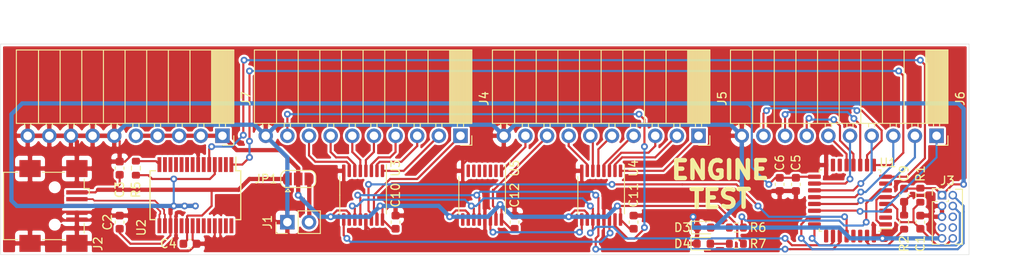
<source format=kicad_pcb>
(kicad_pcb (version 20171130) (host pcbnew "(5.1.9)-1")
  (title_block (title "Fets & Crosses Engine Tester") (date 2021-05-23) (rev v1.0) (company "Philipp Schilk"))
  (layers (0 F.Cu signal) (31 B.Cu signal) (34 B.Paste user) (35 F.Paste user) (36 B.SilkS user) (37 F.SilkS user) (38 B.Mask user) (39 F.Mask user) (44 Edge.Cuts user))
  (net 0 "")
  (net 1 GND)
  (net 2 /nRST)
  (net 3 +3V3)
  (net 4 /V_USB)
  (net 5 +5V)
  (net 6 "Net-(D3-Pad2)")
  (net 7 "Net-(D4-Pad2)")
  (net 8 "Net-(J1-Pad2)")
  (net 9 /D+)
  (net 10 /D-)
  (net 11 "Net-(J4-Pad9)")
  (net 12 "Net-(J4-Pad8)")
  (net 13 "Net-(J4-Pad7)")
  (net 14 "Net-(J4-Pad6)")
  (net 15 "Net-(J4-Pad5)")
  (net 16 "Net-(J4-Pad4)")
  (net 17 "Net-(J4-Pad3)")
  (net 18 "Net-(J4-Pad2)")
  (net 19 "Net-(J4-Pad1)")
  (net 20 "Net-(J5-Pad9)")
  (net 21 "Net-(J5-Pad8)")
  (net 22 "Net-(J5-Pad7)")
  (net 23 "Net-(J5-Pad6)")
  (net 24 "Net-(J5-Pad5)")
  (net 25 "Net-(J5-Pad4)")
  (net 26 "Net-(J5-Pad3)")
  (net 27 "Net-(J5-Pad2)")
  (net 28 "Net-(J5-Pad1)")
  (net 29 /ENGINE_OUT_0)
  (net 30 /ENGINE_OUT_1)
  (net 31 /ENGINE_OUT_2)
  (net 32 /ENGINE_OUT_3)
  (net 33 /ENGINE_OUT_4)
  (net 34 /ENGINE_OUT_5)
  (net 35 /ENGINE_OUT_6)
  (net 36 /ENGINE_OUT_7)
  (net 37 /ENGINE_OUT_8)
  (net 38 "Net-(R2-Pad1)")
  (net 39 "Net-(R5-Pad2)")
  (net 40 /LED1)
  (net 41 /OUT_DATA)
  (net 42 /OUT_LATCH)
  (net 43 /OUT_CLK)
  (net 44 /CLK)
  (net 45 /DIO)
  (net 46 /UART_MCU_RX)
  (net 47 /UART_MCU_TX)
  (net 48 "Net-(U3-Pad9)")
  (net 49 "Net-(U4-Pad9)")
  (module Connector_USB:USB_Mini-B_Wuerth_65100516121_Horizontal (layer F.Cu) (at 116.205 103.505 270)
    (fp_text reference J2 (at 4.445 -5.08 90) (layer F.SilkS))
    (fp_text value USB_B_Micro)
    (pad "" np_thru_hole circle (at 2.2 0 270) (size 0.9 0.9) (drill 0.9) (layers *.Cu *.Mask))
    (pad "" np_thru_hole circle (at -2.2 0 270) (size 0.9 0.9) (drill 0.9) (layers *.Cu *.Mask))
    (pad 5 smd rect (at 1.6 -2.6 270) (size 0.5 2.5) (layers F.Cu F.Paste F.Mask) (net 1 GND))
    (pad 4 smd rect (at 0.8 -2.6 270) (size 0.5 2.5) (layers F.Cu F.Paste F.Mask) (net 1 GND))
    (pad 3 smd rect (at 0 -2.6 270) (size 0.5 2.5) (layers F.Cu F.Paste F.Mask) (net 9 /D+))
    (pad 2 smd rect (at -0.8 -2.6 270) (size 0.5 2.5) (layers F.Cu F.Paste F.Mask) (net 10 /D-))
    (pad 1 smd rect (at -1.6 -2.6 270) (size 0.5 2.5) (layers F.Cu F.Paste F.Mask) (net 4 /V_USB))
    (pad 6 smd rect (at 4.4 -2.6 270) (size 2 2.5) (layers F.Cu F.Paste F.Mask) (net 1 GND))
    (pad 6 smd rect (at -4.4 -2.6 270) (size 2 2.5) (layers F.Cu F.Paste F.Mask) (net 1 GND))
    (pad 6 smd rect (at 4.4 2.9 270) (size 2 2.5) (layers F.Cu F.Paste F.Mask) (net 1 GND))
    (pad 6 smd rect (at -4.4 2.9 270) (size 2 2.5) (layers F.Cu F.Paste F.Mask) (net 1 GND))
  )
  (module Connector_PinHeader_2.54mm:PinHeader_1x02_P2.54mm_Vertical (layer F.Cu) (at 143.51 105.41 90)
    (fp_text reference J1 (at 0 -2.33 90) (layer F.SilkS))
    (fp_text value 5V_in)
    (pad 2 thru_hole oval (at 0 2.54 90) (size 1.7 1.7) (drill 1) (layers *.Cu *.Mask) (net 8 "Net-(J1-Pad2)"))
    (pad 1 thru_hole rect (at 0 0 90) (size 1.7 1.7) (drill 1) (layers *.Cu *.Mask) (net 1 GND))
  )
  (module Package_QFP:LQFP-32_7x7mm_P0.8mm (layer F.Cu) (at 209.55 102.87 180)
    (fp_text reference U1 (at -4.445 4.445) (layer F.SilkS))
    (fp_text value STM32F030K6Tx)
    (pad 32 smd roundrect (at -2.8 -4.175 180) (size 0.5 1.5) (layers F.Cu F.Paste F.Mask) (net 1 GND))
    (pad 31 smd roundrect (at -2 -4.175 180) (size 0.5 1.5) (layers F.Cu F.Paste F.Mask) (net 38 "Net-(R2-Pad1)"))
    (pad 30 smd roundrect (at -1.2 -4.175 180) (size 0.5 1.5) (layers F.Cu F.Paste F.Mask))
    (pad 29 smd roundrect (at -0.4 -4.175 180) (size 0.5 1.5) (layers F.Cu F.Paste F.Mask))
    (pad 28 smd roundrect (at 0.4 -4.175 180) (size 0.5 1.5) (layers F.Cu F.Paste F.Mask) (net 41 /OUT_DATA))
    (pad 27 smd roundrect (at 1.2 -4.175 180) (size 0.5 1.5) (layers F.Cu F.Paste F.Mask) (net 42 /OUT_LATCH))
    (pad 26 smd roundrect (at 2 -4.175 180) (size 0.5 1.5) (layers F.Cu F.Paste F.Mask) (net 43 /OUT_CLK))
    (pad 25 smd roundrect (at 2.8 -4.175 180) (size 0.5 1.5) (layers F.Cu F.Paste F.Mask))
    (pad 24 smd roundrect (at 4.175 -2.8 180) (size 1.5 0.5) (layers F.Cu F.Paste F.Mask) (net 44 /CLK))
    (pad 23 smd roundrect (at 4.175 -2 180) (size 1.5 0.5) (layers F.Cu F.Paste F.Mask) (net 45 /DIO))
    (pad 22 smd roundrect (at 4.175 -1.2 180) (size 1.5 0.5) (layers F.Cu F.Paste F.Mask) (net 37 /ENGINE_OUT_8))
    (pad 21 smd roundrect (at 4.175 -0.4 180) (size 1.5 0.5) (layers F.Cu F.Paste F.Mask) (net 36 /ENGINE_OUT_7))
    (pad 20 smd roundrect (at 4.175 0.4 180) (size 1.5 0.5) (layers F.Cu F.Paste F.Mask) (net 35 /ENGINE_OUT_6))
    (pad 19 smd roundrect (at 4.175 1.2 180) (size 1.5 0.5) (layers F.Cu F.Paste F.Mask) (net 34 /ENGINE_OUT_5))
    (pad 18 smd roundrect (at 4.175 2 180) (size 1.5 0.5) (layers F.Cu F.Paste F.Mask) (net 33 /ENGINE_OUT_4))
    (pad 17 smd roundrect (at 4.175 2.8 180) (size 1.5 0.5) (layers F.Cu F.Paste F.Mask) (net 3 +3V3))
    (pad 16 smd roundrect (at 2.8 4.175 180) (size 0.5 1.5) (layers F.Cu F.Paste F.Mask) (net 1 GND))
    (pad 15 smd roundrect (at 2 4.175 180) (size 0.5 1.5) (layers F.Cu F.Paste F.Mask))
    (pad 14 smd roundrect (at 1.2 4.175 180) (size 0.5 1.5) (layers F.Cu F.Paste F.Mask))
    (pad 13 smd roundrect (at 0.4 4.175 180) (size 0.5 1.5) (layers F.Cu F.Paste F.Mask) (net 32 /ENGINE_OUT_3))
    (pad 12 smd roundrect (at -0.4 4.175 180) (size 0.5 1.5) (layers F.Cu F.Paste F.Mask) (net 31 /ENGINE_OUT_2))
    (pad 11 smd roundrect (at -1.2 4.175 180) (size 0.5 1.5) (layers F.Cu F.Paste F.Mask) (net 30 /ENGINE_OUT_1))
    (pad 10 smd roundrect (at -2 4.175 180) (size 0.5 1.5) (layers F.Cu F.Paste F.Mask) (net 29 /ENGINE_OUT_0))
    (pad 9 smd roundrect (at -2.8 4.175 180) (size 0.5 1.5) (layers F.Cu F.Paste F.Mask) (net 46 /UART_MCU_RX))
    (pad 8 smd roundrect (at -4.175 2.8 180) (size 1.5 0.5) (layers F.Cu F.Paste F.Mask) (net 47 /UART_MCU_TX))
    (pad 7 smd roundrect (at -4.175 2 180) (size 1.5 0.5) (layers F.Cu F.Paste F.Mask))
    (pad 6 smd roundrect (at -4.175 1.2 180) (size 1.5 0.5) (layers F.Cu F.Paste F.Mask) (net 40 /LED1))
    (pad 5 smd roundrect (at -4.175 0.4 180) (size 1.5 0.5) (layers F.Cu F.Paste F.Mask) (net 3 +3V3))
    (pad 4 smd roundrect (at -4.175 -0.4 180) (size 1.5 0.5) (layers F.Cu F.Paste F.Mask) (net 2 /nRST))
    (pad 3 smd roundrect (at -4.175 -1.2 180) (size 1.5 0.5) (layers F.Cu F.Paste F.Mask))
    (pad 2 smd roundrect (at -4.175 -2 180) (size 1.5 0.5) (layers F.Cu F.Paste F.Mask))
    (pad 1 smd roundrect (at -4.175 -2.8 180) (size 1.5 0.5) (layers F.Cu F.Paste F.Mask) (net 3 +3V3))
  )
  (module Connector_PinHeader_1.27mm:PinHeader_2x05_P1.27mm_Vertical (layer F.Cu) (at 220.345 102.235)
    (fp_text reference J3 (at 0.635 -1.695) (layer F.SilkS))
    (fp_text value ARM_SWD)
    (pad 10 thru_hole oval (at 1.27 5.08) (size 1 1) (drill 0.65) (layers *.Cu *.Mask) (net 2 /nRST))
    (pad 9 thru_hole oval (at 0 5.08) (size 1 1) (drill 0.65) (layers *.Cu *.Mask) (net 1 GND))
    (pad 8 thru_hole oval (at 1.27 3.81) (size 1 1) (drill 0.65) (layers *.Cu *.Mask))
    (pad 7 thru_hole oval (at 0 3.81) (size 1 1) (drill 0.65) (layers *.Cu *.Mask))
    (pad 6 thru_hole oval (at 1.27 2.54) (size 1 1) (drill 0.65) (layers *.Cu *.Mask))
    (pad 5 thru_hole oval (at 0 2.54) (size 1 1) (drill 0.65) (layers *.Cu *.Mask) (net 1 GND))
    (pad 4 thru_hole oval (at 1.27 1.27) (size 1 1) (drill 0.65) (layers *.Cu *.Mask) (net 44 /CLK))
    (pad 3 thru_hole oval (at 0 1.27) (size 1 1) (drill 0.65) (layers *.Cu *.Mask) (net 1 GND))
    (pad 2 thru_hole oval (at 1.27 0) (size 1 1) (drill 0.65) (layers *.Cu *.Mask) (net 45 /DIO))
    (pad 1 thru_hole rect (at 0 0) (size 1 1) (drill 0.65) (layers *.Cu *.Mask) (net 3 +3V3))
  )
  (module Package_SO:TSSOP-16_4.4x5mm_P0.65mm (layer F.Cu) (at 166.37 102.235 270)
    (fp_text reference U5 (at -3.175 -3.81 90) (layer F.SilkS))
    (fp_text value 74HCT595PW)
    (pad 16 smd roundrect (at 2.8625 -2.275 270) (size 1.475 0.4) (layers F.Cu F.Paste F.Mask) (net 5 +5V))
    (pad 15 smd roundrect (at 2.8625 -1.625 270) (size 1.475 0.4) (layers F.Cu F.Paste F.Mask) (net 21 "Net-(J5-Pad8)"))
    (pad 14 smd roundrect (at 2.8625 -0.975 270) (size 1.475 0.4) (layers F.Cu F.Paste F.Mask) (net 49 "Net-(U4-Pad9)"))
    (pad 13 smd roundrect (at 2.8625 -0.325 270) (size 1.475 0.4) (layers F.Cu F.Paste F.Mask) (net 1 GND))
    (pad 12 smd roundrect (at 2.8625 0.325 270) (size 1.475 0.4) (layers F.Cu F.Paste F.Mask) (net 42 /OUT_LATCH))
    (pad 11 smd roundrect (at 2.8625 0.975 270) (size 1.475 0.4) (layers F.Cu F.Paste F.Mask) (net 43 /OUT_CLK))
    (pad 10 smd roundrect (at 2.8625 1.625 270) (size 1.475 0.4) (layers F.Cu F.Paste F.Mask) (net 5 +5V))
    (pad 9 smd roundrect (at 2.8625 2.275 270) (size 1.475 0.4) (layers F.Cu F.Paste F.Mask))
    (pad 8 smd roundrect (at -2.8625 2.275 270) (size 1.475 0.4) (layers F.Cu F.Paste F.Mask) (net 1 GND))
    (pad 7 smd roundrect (at -2.8625 1.625 270) (size 1.475 0.4) (layers F.Cu F.Paste F.Mask))
    (pad 6 smd roundrect (at -2.8625 0.975 270) (size 1.475 0.4) (layers F.Cu F.Paste F.Mask))
    (pad 5 smd roundrect (at -2.8625 0.325 270) (size 1.475 0.4) (layers F.Cu F.Paste F.Mask))
    (pad 4 smd roundrect (at -2.8625 -0.325 270) (size 1.475 0.4) (layers F.Cu F.Paste F.Mask))
    (pad 3 smd roundrect (at -2.8625 -0.975 270) (size 1.475 0.4) (layers F.Cu F.Paste F.Mask))
    (pad 2 smd roundrect (at -2.8625 -1.625 270) (size 1.475 0.4) (layers F.Cu F.Paste F.Mask))
    (pad 1 smd roundrect (at -2.8625 -2.275 270) (size 1.475 0.4) (layers F.Cu F.Paste F.Mask) (net 20 "Net-(J5-Pad9)"))
  )
  (module Package_SO:TSSOP-16_4.4x5mm_P0.65mm (layer F.Cu) (at 180.34 102.235 270)
    (fp_text reference U4 (at -3.175 -3.81 90) (layer F.SilkS))
    (fp_text value 74HCT595PW)
    (pad 16 smd roundrect (at 2.8625 -2.275 270) (size 1.475 0.4) (layers F.Cu F.Paste F.Mask) (net 5 +5V))
    (pad 15 smd roundrect (at 2.8625 -1.625 270) (size 1.475 0.4) (layers F.Cu F.Paste F.Mask) (net 11 "Net-(J4-Pad9)"))
    (pad 14 smd roundrect (at 2.8625 -0.975 270) (size 1.475 0.4) (layers F.Cu F.Paste F.Mask) (net 48 "Net-(U3-Pad9)"))
    (pad 13 smd roundrect (at 2.8625 -0.325 270) (size 1.475 0.4) (layers F.Cu F.Paste F.Mask) (net 1 GND))
    (pad 12 smd roundrect (at 2.8625 0.325 270) (size 1.475 0.4) (layers F.Cu F.Paste F.Mask) (net 42 /OUT_LATCH))
    (pad 11 smd roundrect (at 2.8625 0.975 270) (size 1.475 0.4) (layers F.Cu F.Paste F.Mask) (net 43 /OUT_CLK))
    (pad 10 smd roundrect (at 2.8625 1.625 270) (size 1.475 0.4) (layers F.Cu F.Paste F.Mask) (net 5 +5V))
    (pad 9 smd roundrect (at 2.8625 2.275 270) (size 1.475 0.4) (layers F.Cu F.Paste F.Mask) (net 49 "Net-(U4-Pad9)"))
    (pad 8 smd roundrect (at -2.8625 2.275 270) (size 1.475 0.4) (layers F.Cu F.Paste F.Mask) (net 1 GND))
    (pad 7 smd roundrect (at -2.8625 1.625 270) (size 1.475 0.4) (layers F.Cu F.Paste F.Mask) (net 22 "Net-(J5-Pad7)"))
    (pad 6 smd roundrect (at -2.8625 0.975 270) (size 1.475 0.4) (layers F.Cu F.Paste F.Mask) (net 23 "Net-(J5-Pad6)"))
    (pad 5 smd roundrect (at -2.8625 0.325 270) (size 1.475 0.4) (layers F.Cu F.Paste F.Mask) (net 24 "Net-(J5-Pad5)"))
    (pad 4 smd roundrect (at -2.8625 -0.325 270) (size 1.475 0.4) (layers F.Cu F.Paste F.Mask) (net 25 "Net-(J5-Pad4)"))
    (pad 3 smd roundrect (at -2.8625 -0.975 270) (size 1.475 0.4) (layers F.Cu F.Paste F.Mask) (net 26 "Net-(J5-Pad3)"))
    (pad 2 smd roundrect (at -2.8625 -1.625 270) (size 1.475 0.4) (layers F.Cu F.Paste F.Mask) (net 27 "Net-(J5-Pad2)"))
    (pad 1 smd roundrect (at -2.8625 -2.275 270) (size 1.475 0.4) (layers F.Cu F.Paste F.Mask) (net 28 "Net-(J5-Pad1)"))
  )
  (module Package_SO:TSSOP-16_4.4x5mm_P0.65mm (layer F.Cu) (at 152.4 102.235 270)
    (fp_text reference U3 (at -3.175 -3.81 90) (layer F.SilkS))
    (fp_text value 74HCT595PW)
    (pad 16 smd roundrect (at 2.8625 -2.275 270) (size 1.475 0.4) (layers F.Cu F.Paste F.Mask) (net 5 +5V))
    (pad 15 smd roundrect (at 2.8625 -1.625 270) (size 1.475 0.4) (layers F.Cu F.Paste F.Mask) (net 19 "Net-(J4-Pad1)"))
    (pad 14 smd roundrect (at 2.8625 -0.975 270) (size 1.475 0.4) (layers F.Cu F.Paste F.Mask) (net 41 /OUT_DATA))
    (pad 13 smd roundrect (at 2.8625 -0.325 270) (size 1.475 0.4) (layers F.Cu F.Paste F.Mask) (net 1 GND))
    (pad 12 smd roundrect (at 2.8625 0.325 270) (size 1.475 0.4) (layers F.Cu F.Paste F.Mask) (net 42 /OUT_LATCH))
    (pad 11 smd roundrect (at 2.8625 0.975 270) (size 1.475 0.4) (layers F.Cu F.Paste F.Mask) (net 43 /OUT_CLK))
    (pad 10 smd roundrect (at 2.8625 1.625 270) (size 1.475 0.4) (layers F.Cu F.Paste F.Mask) (net 5 +5V))
    (pad 9 smd roundrect (at 2.8625 2.275 270) (size 1.475 0.4) (layers F.Cu F.Paste F.Mask) (net 48 "Net-(U3-Pad9)"))
    (pad 8 smd roundrect (at -2.8625 2.275 270) (size 1.475 0.4) (layers F.Cu F.Paste F.Mask) (net 1 GND))
    (pad 7 smd roundrect (at -2.8625 1.625 270) (size 1.475 0.4) (layers F.Cu F.Paste F.Mask) (net 12 "Net-(J4-Pad8)"))
    (pad 6 smd roundrect (at -2.8625 0.975 270) (size 1.475 0.4) (layers F.Cu F.Paste F.Mask) (net 13 "Net-(J4-Pad7)"))
    (pad 5 smd roundrect (at -2.8625 0.325 270) (size 1.475 0.4) (layers F.Cu F.Paste F.Mask) (net 14 "Net-(J4-Pad6)"))
    (pad 4 smd roundrect (at -2.8625 -0.325 270) (size 1.475 0.4) (layers F.Cu F.Paste F.Mask) (net 15 "Net-(J4-Pad5)"))
    (pad 3 smd roundrect (at -2.8625 -0.975 270) (size 1.475 0.4) (layers F.Cu F.Paste F.Mask) (net 16 "Net-(J4-Pad4)"))
    (pad 2 smd roundrect (at -2.8625 -1.625 270) (size 1.475 0.4) (layers F.Cu F.Paste F.Mask) (net 17 "Net-(J4-Pad3)"))
    (pad 1 smd roundrect (at -2.8625 -2.275 270) (size 1.475 0.4) (layers F.Cu F.Paste F.Mask) (net 18 "Net-(J4-Pad2)"))
  )
  (module Package_SO:SSOP-28_5.3x10.2mm_P0.65mm (layer F.Cu) (at 132.715 102.235 270)
    (fp_text reference U2 (at 3.81 6.35 90) (layer F.SilkS))
    (fp_text value FT232RL)
    (pad 28 smd rect (at 3.6 -4.225 270) (size 1.75 0.45) (layers F.Cu F.Paste F.Mask))
    (pad 27 smd rect (at 3.6 -3.575 270) (size 1.75 0.45) (layers F.Cu F.Paste F.Mask))
    (pad 26 smd rect (at 3.6 -2.925 270) (size 1.75 0.45) (layers F.Cu F.Paste F.Mask) (net 1 GND))
    (pad 25 smd rect (at 3.6 -2.275 270) (size 1.75 0.45) (layers F.Cu F.Paste F.Mask) (net 1 GND))
    (pad 24 smd rect (at 3.6 -1.625 270) (size 1.75 0.45) (layers F.Cu F.Paste F.Mask))
    (pad 23 smd rect (at 3.6 -0.975 270) (size 1.75 0.45) (layers F.Cu F.Paste F.Mask))
    (pad 22 smd rect (at 3.6 -0.325 270) (size 1.75 0.45) (layers F.Cu F.Paste F.Mask))
    (pad 21 smd rect (at 3.6 0.325 270) (size 1.75 0.45) (layers F.Cu F.Paste F.Mask) (net 1 GND))
    (pad 20 smd rect (at 3.6 0.975 270) (size 1.75 0.45) (layers F.Cu F.Paste F.Mask) (net 4 /V_USB))
    (pad 19 smd rect (at 3.6 1.625 270) (size 1.75 0.45) (layers F.Cu F.Paste F.Mask))
    (pad 18 smd rect (at 3.6 2.275 270) (size 1.75 0.45) (layers F.Cu F.Paste F.Mask) (net 1 GND))
    (pad 17 smd rect (at 3.6 2.925 270) (size 1.75 0.45) (layers F.Cu F.Paste F.Mask) (net 3 +3V3))
    (pad 16 smd rect (at 3.6 3.575 270) (size 1.75 0.45) (layers F.Cu F.Paste F.Mask) (net 10 /D-))
    (pad 15 smd rect (at 3.6 4.225 270) (size 1.75 0.45) (layers F.Cu F.Paste F.Mask) (net 9 /D+))
    (pad 14 smd rect (at -3.6 4.225 270) (size 1.75 0.45) (layers F.Cu F.Paste F.Mask) (net 39 "Net-(R5-Pad2)"))
    (pad 13 smd rect (at -3.6 3.575 270) (size 1.75 0.45) (layers F.Cu F.Paste F.Mask))
    (pad 12 smd rect (at -3.6 2.925 270) (size 1.75 0.45) (layers F.Cu F.Paste F.Mask))
    (pad 11 smd rect (at -3.6 2.275 270) (size 1.75 0.45) (layers F.Cu F.Paste F.Mask))
    (pad 10 smd rect (at -3.6 1.625 270) (size 1.75 0.45) (layers F.Cu F.Paste F.Mask))
    (pad 9 smd rect (at -3.6 0.975 270) (size 1.75 0.45) (layers F.Cu F.Paste F.Mask))
    (pad 8 smd rect (at -3.6 0.325 270) (size 1.75 0.45) (layers F.Cu F.Paste F.Mask))
    (pad 7 smd rect (at -3.6 -0.325 270) (size 1.75 0.45) (layers F.Cu F.Paste F.Mask) (net 1 GND))
    (pad 6 smd rect (at -3.6 -0.975 270) (size 1.75 0.45) (layers F.Cu F.Paste F.Mask))
    (pad 5 smd rect (at -3.6 -1.625 270) (size 1.75 0.45) (layers F.Cu F.Paste F.Mask) (net 47 /UART_MCU_TX))
    (pad 4 smd rect (at -3.6 -2.275 270) (size 1.75 0.45) (layers F.Cu F.Paste F.Mask) (net 3 +3V3))
    (pad 3 smd rect (at -3.6 -2.925 270) (size 1.75 0.45) (layers F.Cu F.Paste F.Mask))
    (pad 2 smd rect (at -3.6 -3.575 270) (size 1.75 0.45) (layers F.Cu F.Paste F.Mask))
    (pad 1 smd rect (at -3.6 -4.225 270) (size 1.75 0.45) (layers F.Cu F.Paste F.Mask) (net 46 /UART_MCU_RX))
  )
  (module Resistor_SMD:R_0603_1608Metric (layer F.Cu) (at 196.215 107.95 180)
    (fp_text reference R7 (at -2.54 0) (layer F.SilkS))
    (fp_text value rled)
    (pad 2 smd roundrect (at 0.825 0 180) (size 0.8 0.95) (layers F.Cu F.Paste F.Mask) (net 7 "Net-(D4-Pad2)"))
    (pad 1 smd roundrect (at -0.825 0 180) (size 0.8 0.95) (layers F.Cu F.Paste F.Mask) (net 5 +5V))
  )
  (module Resistor_SMD:R_0603_1608Metric (layer F.Cu) (at 196.215 106.045 180)
    (fp_text reference R6 (at -2.54 0) (layer F.SilkS))
    (fp_text value rled)
    (pad 2 smd roundrect (at 0.825 0 180) (size 0.8 0.95) (layers F.Cu F.Paste F.Mask) (net 6 "Net-(D3-Pad2)"))
    (pad 1 smd roundrect (at -0.825 0 180) (size 0.8 0.95) (layers F.Cu F.Paste F.Mask) (net 40 /LED1))
  )
  (module Resistor_SMD:R_0603_1608Metric (layer F.Cu) (at 125.73 99.06 90)
    (fp_text reference R5 (at -2.54 0 90) (layer F.SilkS))
    (fp_text value 10K)
    (pad 2 smd roundrect (at 0.825 0 90) (size 0.8 0.95) (layers F.Cu F.Paste F.Mask) (net 39 "Net-(R5-Pad2)"))
    (pad 1 smd roundrect (at -0.825 0 90) (size 0.8 0.95) (layers F.Cu F.Paste F.Mask) (net 3 +3V3))
  )
  (module Resistor_SMD:R_0603_1608Metric (layer F.Cu) (at 215.9 105.41 90)
    (fp_text reference R2 (at -2.54 0 90) (layer F.SilkS))
    (fp_text value 10K)
    (pad 2 smd roundrect (at 0.825 0 90) (size 0.8 0.95) (layers F.Cu F.Paste F.Mask) (net 1 GND))
    (pad 1 smd roundrect (at -0.825 0 90) (size 0.8 0.95) (layers F.Cu F.Paste F.Mask) (net 38 "Net-(R2-Pad1)"))
  )
  (module Resistor_SMD:R_0603_1608Metric (layer F.Cu) (at 217.805 102.235 270)
    (fp_text reference R1 (at -2.54 0 90) (layer F.SilkS))
    (fp_text value 10K)
    (pad 2 smd roundrect (at 0.825 0 270) (size 0.8 0.95) (layers F.Cu F.Paste F.Mask) (net 2 /nRST))
    (pad 1 smd roundrect (at -0.825 0 270) (size 0.8 0.95) (layers F.Cu F.Paste F.Mask) (net 3 +3V3))
  )
  (module Jumper:SolderJumper-3_P1.3mm_Open_RoundedPad1.0x1.5mm (layer F.Cu) (at 144.78 100.33)
    (fp_text reference JP1 (at -3.78 0) (layer F.SilkS))
    (fp_text value "5V Select")
    (pad 2 smd rect (at 0 0) (size 1 1.5) (layers F.Cu F.Mask) (net 5 +5V))
    (pad 3 smd custom (at 1.3 0) (size 1 0.5) (layers F.Cu F.Mask) (net 8 "Net-(J1-Pad2)") (options (clearance outline) (anchor rect)) (primitives (gr_circle (center 0 0.25) (end 0.5 0.25) (width 0)) (gr_circle (center 0 -0.25) (end 0.5 -0.25) (width 0)) (gr_poly (pts (xy -0.55 -0.75) (xy 0 -0.75) (xy 0 0.75) (xy -0.55 0.75)) (width 0))))
    (pad 1 smd custom (at -1.3 0) (size 1 0.5) (layers F.Cu F.Mask) (net 4 /V_USB) (options (clearance outline) (anchor rect)) (primitives (gr_circle (center 0 0.25) (end 0.5 0.25) (width 0)) (gr_circle (center 0 -0.25) (end 0.5 -0.25) (width 0)) (gr_poly (pts (xy 0.55 -0.75) (xy 0 -0.75) (xy 0 0.75) (xy 0.55 0.75)) (width 0))))
  )
  (module Connector_PinSocket_2.54mm:PinSocket_1x10_P2.54mm_Horizontal (layer F.Cu) (at 135.89 95.25 270)
    (fp_text reference J7 (at -4.38 -2.77 90) (layer F.SilkS))
    (fp_text value PWR)
    (pad 10 thru_hole oval (at 0 22.86 270) (size 1.7 1.7) (drill 1) (layers *.Cu *.Mask) (net 1 GND))
    (pad 9 thru_hole oval (at 0 20.32 270) (size 1.7 1.7) (drill 1) (layers *.Cu *.Mask) (net 1 GND))
    (pad 8 thru_hole oval (at 0 17.78 270) (size 1.7 1.7) (drill 1) (layers *.Cu *.Mask) (net 1 GND))
    (pad 7 thru_hole oval (at 0 15.24 270) (size 1.7 1.7) (drill 1) (layers *.Cu *.Mask) (net 1 GND))
    (pad 6 thru_hole oval (at 0 12.7 270) (size 1.7 1.7) (drill 1) (layers *.Cu *.Mask) (net 1 GND))
    (pad 5 thru_hole oval (at 0 10.16 270) (size 1.7 1.7) (drill 1) (layers *.Cu *.Mask) (net 5 +5V))
    (pad 4 thru_hole oval (at 0 7.62 270) (size 1.7 1.7) (drill 1) (layers *.Cu *.Mask) (net 5 +5V))
    (pad 3 thru_hole oval (at 0 5.08 270) (size 1.7 1.7) (drill 1) (layers *.Cu *.Mask) (net 5 +5V))
    (pad 2 thru_hole oval (at 0 2.54 270) (size 1.7 1.7) (drill 1) (layers *.Cu *.Mask) (net 5 +5V))
    (pad 1 thru_hole rect (at 0 0 270) (size 1.7 1.7) (drill 1) (layers *.Cu *.Mask) (net 5 +5V))
  )
  (module Connector_PinSocket_2.54mm:PinSocket_1x10_P2.54mm_Horizontal (layer F.Cu) (at 219.71 95.25 270)
    (fp_text reference J6 (at -4.38 -2.77 90) (layer F.SilkS))
    (fp_text value MOVE)
    (pad 10 thru_hole oval (at 0 22.86 270) (size 1.7 1.7) (drill 1) (layers *.Cu *.Mask) (net 1 GND))
    (pad 9 thru_hole oval (at 0 20.32 270) (size 1.7 1.7) (drill 1) (layers *.Cu *.Mask) (net 29 /ENGINE_OUT_0))
    (pad 8 thru_hole oval (at 0 17.78 270) (size 1.7 1.7) (drill 1) (layers *.Cu *.Mask) (net 30 /ENGINE_OUT_1))
    (pad 7 thru_hole oval (at 0 15.24 270) (size 1.7 1.7) (drill 1) (layers *.Cu *.Mask) (net 31 /ENGINE_OUT_2))
    (pad 6 thru_hole oval (at 0 12.7 270) (size 1.7 1.7) (drill 1) (layers *.Cu *.Mask) (net 32 /ENGINE_OUT_3))
    (pad 5 thru_hole oval (at 0 10.16 270) (size 1.7 1.7) (drill 1) (layers *.Cu *.Mask) (net 33 /ENGINE_OUT_4))
    (pad 4 thru_hole oval (at 0 7.62 270) (size 1.7 1.7) (drill 1) (layers *.Cu *.Mask) (net 34 /ENGINE_OUT_5))
    (pad 3 thru_hole oval (at 0 5.08 270) (size 1.7 1.7) (drill 1) (layers *.Cu *.Mask) (net 35 /ENGINE_OUT_6))
    (pad 2 thru_hole oval (at 0 2.54 270) (size 1.7 1.7) (drill 1) (layers *.Cu *.Mask) (net 36 /ENGINE_OUT_7))
    (pad 1 thru_hole rect (at 0 0 270) (size 1.7 1.7) (drill 1) (layers *.Cu *.Mask) (net 37 /ENGINE_OUT_8))
  )
  (module Connector_PinSocket_2.54mm:PinSocket_1x10_P2.54mm_Horizontal (layer F.Cu) (at 191.77 95.25 270)
    (fp_text reference J5 (at -4.38 -2.77 90) (layer F.SilkS))
    (fp_text value P2)
    (pad 10 thru_hole oval (at 0 22.86 270) (size 1.7 1.7) (drill 1) (layers *.Cu *.Mask) (net 1 GND))
    (pad 9 thru_hole oval (at 0 20.32 270) (size 1.7 1.7) (drill 1) (layers *.Cu *.Mask) (net 20 "Net-(J5-Pad9)"))
    (pad 8 thru_hole oval (at 0 17.78 270) (size 1.7 1.7) (drill 1) (layers *.Cu *.Mask) (net 21 "Net-(J5-Pad8)"))
    (pad 7 thru_hole oval (at 0 15.24 270) (size 1.7 1.7) (drill 1) (layers *.Cu *.Mask) (net 22 "Net-(J5-Pad7)"))
    (pad 6 thru_hole oval (at 0 12.7 270) (size 1.7 1.7) (drill 1) (layers *.Cu *.Mask) (net 23 "Net-(J5-Pad6)"))
    (pad 5 thru_hole oval (at 0 10.16 270) (size 1.7 1.7) (drill 1) (layers *.Cu *.Mask) (net 24 "Net-(J5-Pad5)"))
    (pad 4 thru_hole oval (at 0 7.62 270) (size 1.7 1.7) (drill 1) (layers *.Cu *.Mask) (net 25 "Net-(J5-Pad4)"))
    (pad 3 thru_hole oval (at 0 5.08 270) (size 1.7 1.7) (drill 1) (layers *.Cu *.Mask) (net 26 "Net-(J5-Pad3)"))
    (pad 2 thru_hole oval (at 0 2.54 270) (size 1.7 1.7) (drill 1) (layers *.Cu *.Mask) (net 27 "Net-(J5-Pad2)"))
    (pad 1 thru_hole rect (at 0 0 270) (size 1.7 1.7) (drill 1) (layers *.Cu *.Mask) (net 28 "Net-(J5-Pad1)"))
  )
  (module Connector_PinSocket_2.54mm:PinSocket_1x10_P2.54mm_Horizontal (layer F.Cu) (at 163.83 95.25 270)
    (fp_text reference J4 (at -4.38 -2.77 90) (layer F.SilkS))
    (fp_text value P1)
    (pad 10 thru_hole oval (at 0 22.86 270) (size 1.7 1.7) (drill 1) (layers *.Cu *.Mask) (net 1 GND))
    (pad 9 thru_hole oval (at 0 20.32 270) (size 1.7 1.7) (drill 1) (layers *.Cu *.Mask) (net 11 "Net-(J4-Pad9)"))
    (pad 8 thru_hole oval (at 0 17.78 270) (size 1.7 1.7) (drill 1) (layers *.Cu *.Mask) (net 12 "Net-(J4-Pad8)"))
    (pad 7 thru_hole oval (at 0 15.24 270) (size 1.7 1.7) (drill 1) (layers *.Cu *.Mask) (net 13 "Net-(J4-Pad7)"))
    (pad 6 thru_hole oval (at 0 12.7 270) (size 1.7 1.7) (drill 1) (layers *.Cu *.Mask) (net 14 "Net-(J4-Pad6)"))
    (pad 5 thru_hole oval (at 0 10.16 270) (size 1.7 1.7) (drill 1) (layers *.Cu *.Mask) (net 15 "Net-(J4-Pad5)"))
    (pad 4 thru_hole oval (at 0 7.62 270) (size 1.7 1.7) (drill 1) (layers *.Cu *.Mask) (net 16 "Net-(J4-Pad4)"))
    (pad 3 thru_hole oval (at 0 5.08 270) (size 1.7 1.7) (drill 1) (layers *.Cu *.Mask) (net 17 "Net-(J4-Pad3)"))
    (pad 2 thru_hole oval (at 0 2.54 270) (size 1.7 1.7) (drill 1) (layers *.Cu *.Mask) (net 18 "Net-(J4-Pad2)"))
    (pad 1 thru_hole rect (at 0 0 270) (size 1.7 1.7) (drill 1) (layers *.Cu *.Mask) (net 19 "Net-(J4-Pad1)"))
  )
  (module LED_SMD:LED_0603_1608Metric (layer F.Cu) (at 192.37 107.95)
    (fp_text reference D4 (at -2.505 0) (layer F.SilkS))
    (fp_text value "PWR LED")
    (pad 2 smd roundrect (at 0.7875 0) (size 0.875 0.95) (layers F.Cu F.Paste F.Mask) (net 7 "Net-(D4-Pad2)"))
    (pad 1 smd roundrect (at -0.7875 0) (size 0.875 0.95) (layers F.Cu F.Paste F.Mask) (net 1 GND))
  )
  (module LED_SMD:LED_0603_1608Metric (layer F.Cu) (at 192.405 106.045)
    (fp_text reference D3 (at -2.54 0) (layer F.SilkS))
    (fp_text value LED)
    (pad 2 smd roundrect (at 0.7875 0) (size 0.875 0.95) (layers F.Cu F.Paste F.Mask) (net 6 "Net-(D3-Pad2)"))
    (pad 1 smd roundrect (at -0.7875 0) (size 0.875 0.95) (layers F.Cu F.Paste F.Mask) (net 1 GND))
  )
  (module Capacitor_SMD:C_0603_1608Metric (layer F.Cu) (at 170.18 105.41 90)
    (fp_text reference C12 (at 3.175 0 90) (layer F.SilkS))
    (fp_text value 0u1)
    (pad 2 smd roundrect (at 0.775 0 90) (size 0.9 0.95) (layers F.Cu F.Paste F.Mask) (net 1 GND))
    (pad 1 smd roundrect (at -0.775 0 90) (size 0.9 0.95) (layers F.Cu F.Paste F.Mask) (net 5 +5V))
  )
  (module Capacitor_SMD:C_0603_1608Metric (layer F.Cu) (at 184.15 105.41 90)
    (fp_text reference C11 (at 3.175 0 90) (layer F.SilkS))
    (fp_text value 0u1)
    (pad 2 smd roundrect (at 0.775 0 90) (size 0.9 0.95) (layers F.Cu F.Paste F.Mask) (net 1 GND))
    (pad 1 smd roundrect (at -0.775 0 90) (size 0.9 0.95) (layers F.Cu F.Paste F.Mask) (net 5 +5V))
  )
  (module Capacitor_SMD:C_0603_1608Metric (layer F.Cu) (at 156.21 105.41 90)
    (fp_text reference C10 (at 3.175 0 90) (layer F.SilkS))
    (fp_text value 0u1)
    (pad 2 smd roundrect (at 0.775 0 90) (size 0.9 0.95) (layers F.Cu F.Paste F.Mask) (net 1 GND))
    (pad 1 smd roundrect (at -0.775 0 90) (size 0.9 0.95) (layers F.Cu F.Paste F.Mask) (net 5 +5V))
  )
  (module Capacitor_SMD:C_0603_1608Metric (layer F.Cu) (at 215.9 102.235 270)
    (fp_text reference C9 (at -2.54 0 90) (layer F.SilkS))
    (fp_text value 0u1)
    (pad 2 smd roundrect (at 0.775 0 270) (size 0.9 0.95) (layers F.Cu F.Paste F.Mask) (net 1 GND))
    (pad 1 smd roundrect (at -0.775 0 270) (size 0.9 0.95) (layers F.Cu F.Paste F.Mask) (net 3 +3V3))
  )
  (module Capacitor_SMD:C_0603_1608Metric (layer F.Cu) (at 201.295 100.965 270)
    (fp_text reference C6 (at -2.54 0 90) (layer F.SilkS))
    (fp_text value 1u)
    (pad 2 smd roundrect (at 0.775 0 270) (size 0.9 0.95) (layers F.Cu F.Paste F.Mask) (net 1 GND))
    (pad 1 smd roundrect (at -0.775 0 270) (size 0.9 0.95) (layers F.Cu F.Paste F.Mask) (net 3 +3V3))
  )
  (module Capacitor_SMD:C_0603_1608Metric (layer F.Cu) (at 203.2 100.965 270)
    (fp_text reference C5 (at -2.54 0 90) (layer F.SilkS))
    (fp_text value 10n)
    (pad 2 smd roundrect (at 0.775 0 270) (size 0.9 0.95) (layers F.Cu F.Paste F.Mask) (net 1 GND))
    (pad 1 smd roundrect (at -0.775 0 270) (size 0.9 0.95) (layers F.Cu F.Paste F.Mask) (net 3 +3V3))
  )
  (module Capacitor_SMD:C_0603_1608Metric (layer F.Cu) (at 132.08 107.95)
    (fp_text reference C4 (at -2.54 0) (layer F.SilkS))
    (fp_text value 0u1)
    (pad 2 smd roundrect (at 0.775 0) (size 0.9 0.95) (layers F.Cu F.Paste F.Mask) (net 1 GND))
    (pad 1 smd roundrect (at -0.775 0) (size 0.9 0.95) (layers F.Cu F.Paste F.Mask) (net 4 /V_USB))
  )
  (module Capacitor_SMD:C_0603_1608Metric (layer F.Cu) (at 123.825 99.06 90)
    (fp_text reference C3 (at -2.54 0 90) (layer F.SilkS))
    (fp_text value 0u1)
    (pad 2 smd roundrect (at 0.775 0 90) (size 0.9 0.95) (layers F.Cu F.Paste F.Mask) (net 1 GND))
    (pad 1 smd roundrect (at -0.775 0 90) (size 0.9 0.95) (layers F.Cu F.Paste F.Mask) (net 4 /V_USB))
  )
  (module Capacitor_SMD:C_0603_1608Metric (layer F.Cu) (at 123.825 105.41 90)
    (fp_text reference C2 (at 0 -1.43 90) (layer F.SilkS))
    (fp_text value 0u1)
    (pad 2 smd roundrect (at 0.775 0 90) (size 0.9 0.95) (layers F.Cu F.Paste F.Mask) (net 1 GND))
    (pad 1 smd roundrect (at -0.775 0 90) (size 0.9 0.95) (layers F.Cu F.Paste F.Mask) (net 3 +3V3))
  )
  (module Capacitor_SMD:C_0603_1608Metric (layer F.Cu) (at 217.805 105.41 90)
    (fp_text reference C1 (at -2.54 0 90) (layer F.SilkS))
    (fp_text value 0u1)
    (pad 2 smd roundrect (at 0.775 0 90) (size 0.9 0.95) (layers F.Cu F.Paste F.Mask) (net 1 GND))
    (pad 1 smd roundrect (at -0.775 0 90) (size 0.9 0.95) (layers F.Cu F.Paste F.Mask) (net 2 /nRST))
  )
  (gr_text "ENGINE\nTEST" (at 194.31 100.965) (layer F.SilkS) (effects (font (size 2.1 2.1) (thickness 0.525))))
  (gr_line (start 109.855 84.455) (end 109.855 85.09) (layer Edge.Cuts) (width 0.05))
  (gr_line (start 223.52 109.22) (end 109.855 109.22) (layer Edge.Cuts) (width 0.05))
  (gr_line (start 109.855 84.455) (end 223.52 84.455) (layer Edge.Cuts) (width 0.05))
  (gr_line (start 109.855 85.09) (end 109.855 109.22) (layer Edge.Cuts) (width 0.05))
  (gr_line (start 223.52 109.22) (end 223.52 88.265) (layer Edge.Cuts) (width 0.05))
  (gr_line (start 223.52 84.455) (end 223.52 88.265) (layer Edge.Cuts) (width 0.05))
  (segment (start 132.39 107.485) (end 132.855 107.95) (width 0.25) (layer F.Cu) (net 1))
  (segment (start 132.39 105.835) (end 132.39 107.485) (width 0.25) (layer F.Cu) (net 1))
  (segment (start 123.19 95.25) (end 113.03 95.25) (width 0.5) (layer F.Cu) (net 1))
  (segment (start 113.305 99.105) (end 113.305 107.905) (width 0.5) (layer F.Cu) (net 1))
  (segment (start 118.805 107.905) (end 113.305 107.905) (width 0.5) (layer F.Cu) (net 1))
  (segment (start 113.305 99.105) (end 118.805 99.105) (width 0.5) (layer F.Cu) (net 1))
  (segment (start 118.805 95.945) (end 118.11 95.25) (width 0.5) (layer F.Cu) (net 1))
  (segment (start 118.805 99.105) (end 118.805 95.945) (width 0.5) (layer F.Cu) (net 1))
  (segment (start 118.805 104.305) (end 120.815 104.305) (width 0.25) (layer F.Cu) (net 1))
  (segment (start 120.815 104.305) (end 121.285 104.775) (width 0.25) (layer F.Cu) (net 1))
  (segment (start 118.805 107.905) (end 120.695 107.905) (width 0.25) (layer F.Cu) (net 1))
  (segment (start 120.695 107.905) (end 121.285 107.315) (width 0.25) (layer F.Cu) (net 1))
  (segment (start 118.805 105.105) (end 120.98 105.105) (width 0.25) (layer F.Cu) (net 1))
  (segment (start 121.285 105.41) (end 121.285 104.775) (width 0.25) (layer F.Cu) (net 1))
  (segment (start 120.98 105.105) (end 121.285 105.41) (width 0.25) (layer F.Cu) (net 1))
  (segment (start 121.285 107.315) (end 121.285 105.41) (width 0.25) (layer F.Cu) (net 1))
  (segment (start 123.825 95.885) (end 123.19 95.25) (width 0.25) (layer F.Cu) (net 1))
  (segment (start 123.825 98.285) (end 123.825 95.885) (width 0.25) (layer F.Cu) (net 1))
  (segment (start 133.04 97.51) (end 132.685 97.155) (width 0.25) (layer F.Cu) (net 1))
  (segment (start 133.04 98.635) (end 133.04 97.51) (width 0.25) (layer F.Cu) (net 1))
  (segment (start 124.462522 98.285) (end 123.825 98.285) (width 0.25) (layer F.Cu) (net 1))
  (segment (start 125.592522 97.155) (end 124.462522 98.285) (width 0.25) (layer F.Cu) (net 1))
  (segment (start 132.685 97.155) (end 125.592522 97.155) (width 0.25) (layer F.Cu) (net 1))
  (segment (start 139.669999 93.949999) (end 140.97 95.25) (width 0.5) (layer B.Cu) (net 1))
  (segment (start 124.490001 93.949999) (end 139.669999 93.949999) (width 0.5) (layer B.Cu) (net 1))
  (segment (start 123.19 95.25) (end 124.490001 93.949999) (width 0.5) (layer B.Cu) (net 1))
  (segment (start 167.609999 93.949999) (end 168.91 95.25) (width 0.5) (layer B.Cu) (net 1))
  (segment (start 142.270001 93.949999) (end 167.609999 93.949999) (width 0.5) (layer B.Cu) (net 1))
  (segment (start 140.97 95.25) (end 142.270001 93.949999) (width 0.5) (layer B.Cu) (net 1))
  (segment (start 195.549999 93.949999) (end 196.85 95.25) (width 0.5) (layer B.Cu) (net 1))
  (segment (start 170.210001 93.949999) (end 195.549999 93.949999) (width 0.5) (layer B.Cu) (net 1))
  (segment (start 168.91 95.25) (end 170.210001 93.949999) (width 0.5) (layer B.Cu) (net 1))
  (segment (start 201.295 101.74) (end 203.2 101.74) (width 0.25) (layer F.Cu) (net 1))
  (segment (start 220.205 104.635) (end 220.345 104.775) (width 0.25) (layer F.Cu) (net 1))
  (segment (start 218.935 104.28) (end 218.935 104.635) (width 0.25) (layer F.Cu) (net 1))
  (segment (start 219.71 103.505) (end 218.935 104.28) (width 0.25) (layer F.Cu) (net 1))
  (segment (start 220.345 103.505) (end 219.71 103.505) (width 0.25) (layer F.Cu) (net 1))
  (segment (start 218.935 104.635) (end 220.205 104.635) (width 0.25) (layer F.Cu) (net 1))
  (segment (start 217.805 104.635) (end 218.935 104.635) (width 0.25) (layer F.Cu) (net 1))
  (segment (start 218.935 105.905) (end 218.935 104.635) (width 0.25) (layer F.Cu) (net 1))
  (segment (start 220.345 107.315) (end 218.935 105.905) (width 0.25) (layer F.Cu) (net 1))
  (segment (start 215.9 104.585) (end 215.9 103.01) (width 0.25) (layer F.Cu) (net 1))
  (segment (start 218.467884 102.33499) (end 219.637894 103.505) (width 0.25) (layer F.Cu) (net 1))
  (segment (start 219.637894 103.505) (end 220.345 103.505) (width 0.25) (layer F.Cu) (net 1))
  (segment (start 216.57501 102.33499) (end 218.467884 102.33499) (width 0.25) (layer F.Cu) (net 1))
  (segment (start 215.9 103.01) (end 216.57501 102.33499) (width 0.25) (layer F.Cu) (net 1))
  (via (at 213.36 107.315) (size 0.8) (drill 0.4) (layers F.Cu B.Cu) (net 1))
  (segment (start 213.09 107.045) (end 213.36 107.315) (width 0.25) (layer F.Cu) (net 1))
  (segment (start 212.35 107.045) (end 213.09 107.045) (width 0.25) (layer F.Cu) (net 1))
  (segment (start 213.36 107.315) (end 220.345 107.315) (width 0.25) (layer B.Cu) (net 1))
  (segment (start 199.299998 101.313002) (end 199.299998 99.785002) (width 0.25) (layer F.Cu) (net 1))
  (segment (start 201.295 101.74) (end 199.726996 101.74) (width 0.25) (layer F.Cu) (net 1))
  (segment (start 199.726996 101.74) (end 199.299998 101.313002) (width 0.25) (layer F.Cu) (net 1))
  (segment (start 199.299998 99.785002) (end 200.39 98.695) (width 0.25) (layer F.Cu) (net 1))
  (segment (start 200.39 98.695) (end 206.75 98.695) (width 0.25) (layer F.Cu) (net 1))
  (segment (start 196.85 98.863004) (end 199.299998 101.313002) (width 0.25) (layer F.Cu) (net 1))
  (segment (start 196.85 95.25) (end 196.85 98.863004) (width 0.25) (layer F.Cu) (net 1))
  (segment (start 196.85 95.25) (end 196.85 102.87) (width 0.5) (layer B.Cu) (net 1))
  (segment (start 193.675 106.045) (end 192.405 106.045) (width 0.5) (layer B.Cu) (net 1))
  (segment (start 196.85 102.87) (end 193.675 106.045) (width 0.5) (layer B.Cu) (net 1))
  (segment (start 191.5825 106.08) (end 191.6175 106.045) (width 0.25) (layer F.Cu) (net 1))
  (segment (start 191.5825 107.95) (end 191.5825 106.08) (width 0.25) (layer F.Cu) (net 1))
  (segment (start 191.6175 105.2575) (end 191.135 104.775) (width 0.25) (layer F.Cu) (net 1))
  (via (at 191.135 104.775) (size 0.8) (drill 0.4) (layers F.Cu B.Cu) (net 1))
  (segment (start 191.6175 106.045) (end 191.6175 105.2575) (width 0.25) (layer F.Cu) (net 1))
  (segment (start 191.135 104.775) (end 191.135 106.045) (width 0.25) (layer B.Cu) (net 1))
  (segment (start 192.405 106.045) (end 191.135 106.045) (width 0.5) (layer B.Cu) (net 1))
  (segment (start 135.64 105.835) (end 135.64 107.565) (width 0.25) (layer F.Cu) (net 1))
  (segment (start 135.64 107.565) (end 135.255 107.95) (width 0.25) (layer F.Cu) (net 1))
  (segment (start 134.99 107.58) (end 134.62 107.95) (width 0.25) (layer F.Cu) (net 1))
  (segment (start 134.99 105.835) (end 134.99 107.58) (width 0.25) (layer F.Cu) (net 1))
  (segment (start 134.62 107.95) (end 132.855 107.95) (width 0.25) (layer F.Cu) (net 1))
  (segment (start 135.255 107.95) (end 134.62 107.95) (width 0.25) (layer F.Cu) (net 1))
  (segment (start 132.05499 108.75001) (end 132.855 107.95) (width 0.25) (layer F.Cu) (net 1))
  (segment (start 130.852176 108.75001) (end 132.05499 108.75001) (width 0.25) (layer F.Cu) (net 1))
  (segment (start 130.44 108.337834) (end 130.852176 108.75001) (width 0.25) (layer F.Cu) (net 1))
  (segment (start 130.44 105.835) (end 130.44 108.337834) (width 0.25) (layer F.Cu) (net 1))
  (segment (start 118.805 107.905) (end 122.51 107.905) (width 0.5) (layer F.Cu) (net 1))
  (segment (start 122.51 107.905) (end 123.19 108.585) (width 0.5) (layer F.Cu) (net 1))
  (segment (start 123.19 108.585) (end 130.175 108.585) (width 0.5) (layer F.Cu) (net 1))
  (segment (start 130.422166 108.337834) (end 130.175 108.585) (width 0.25) (layer F.Cu) (net 1))
  (segment (start 130.44 108.337834) (end 130.422166 108.337834) (width 0.25) (layer F.Cu) (net 1))
  (segment (start 130.175 108.585) (end 130.51039 108.585) (width 0.5) (layer F.Cu) (net 1))
  (segment (start 143.51 97.79) (end 140.97 95.25) (width 0.5) (layer B.Cu) (net 1))
  (segment (start 143.51 105.41) (end 143.51 97.79) (width 0.5) (layer B.Cu) (net 1))
  (segment (start 167.48 95.25) (end 168.91 95.25) (width 0.25) (layer F.Cu) (net 1))
  (segment (start 164.095 98.635) (end 167.48 95.25) (width 0.25) (layer F.Cu) (net 1))
  (segment (start 164.095 99.3725) (end 164.095 98.635) (width 0.25) (layer F.Cu) (net 1))
  (segment (start 220.345 107.315) (end 209.56881 107.315) (width 0.5) (layer B.Cu) (net 1))
  (segment (start 208.29881 106.045) (end 192.405 106.045) (width 0.5) (layer B.Cu) (net 1))
  (segment (start 209.56881 107.315) (end 208.29881 106.045) (width 0.5) (layer B.Cu) (net 1))
  (segment (start 166.695 105.0975) (end 166.695 107.005) (width 0.25) (layer F.Cu) (net 1))
  (segment (start 166.695 107.005) (end 167.64 107.95) (width 0.25) (layer F.Cu) (net 1))
  (segment (start 167.64 107.95) (end 170.815 107.95) (width 0.25) (layer F.Cu) (net 1))
  (segment (start 170.815 107.95) (end 171.45 107.315) (width 0.25) (layer F.Cu) (net 1))
  (segment (start 171.45 107.315) (end 171.45 105.41) (width 0.25) (layer F.Cu) (net 1))
  (segment (start 170.675 104.635) (end 170.18 104.635) (width 0.25) (layer F.Cu) (net 1))
  (segment (start 171.45 105.41) (end 170.675 104.635) (width 0.25) (layer F.Cu) (net 1))
  (segment (start 184.15 104.635) (end 185.915 104.635) (width 0.25) (layer F.Cu) (net 1))
  (segment (start 185.915 104.635) (end 186.69 105.41) (width 0.25) (layer F.Cu) (net 1))
  (segment (start 186.69 105.41) (end 186.69 107.95) (width 0.25) (layer F.Cu) (net 1))
  (segment (start 186.69 107.95) (end 186.055 108.585) (width 0.25) (layer F.Cu) (net 1))
  (segment (start 186.055 108.585) (end 182.245 108.585) (width 0.25) (layer F.Cu) (net 1))
  (segment (start 180.665 107.005) (end 180.665 105.0975) (width 0.25) (layer F.Cu) (net 1))
  (segment (start 182.245 108.585) (end 180.665 107.005) (width 0.25) (layer F.Cu) (net 1))
  (segment (start 156.21 104.635) (end 156.21 104.775) (width 0.25) (layer F.Cu) (net 1))
  (segment (start 156.21 104.635) (end 157.34 104.635) (width 0.25) (layer F.Cu) (net 1))
  (segment (start 157.34 104.635) (end 158.115 105.41) (width 0.25) (layer F.Cu) (net 1))
  (segment (start 158.115 105.41) (end 158.115 106.68) (width 0.25) (layer F.Cu) (net 1))
  (segment (start 158.115 106.68) (end 157.48 107.315) (width 0.25) (layer F.Cu) (net 1))
  (segment (start 152.725 105.835) (end 152.725 105.0975) (width 0.25) (layer F.Cu) (net 1))
  (segment (start 154.205 107.315) (end 152.725 105.835) (width 0.25) (layer F.Cu) (net 1))
  (segment (start 157.48 107.315) (end 154.205 107.315) (width 0.25) (layer F.Cu) (net 1))
  (segment (start 217.805 106.185) (end 217.03 105.41) (width 0.25) (layer F.Cu) (net 2))
  (segment (start 214.475 103.27) (end 213.725 103.27) (width 0.25) (layer F.Cu) (net 2))
  (segment (start 215.09999 103.89499) (end 214.475 103.27) (width 0.25) (layer F.Cu) (net 2))
  (segment (start 215.09999 105.002468) (end 215.09999 103.89499) (width 0.25) (layer F.Cu) (net 2))
  (segment (start 215.507522 105.41) (end 215.09999 105.002468) (width 0.25) (layer F.Cu) (net 2))
  (segment (start 217.03 105.41) (end 215.507522 105.41) (width 0.25) (layer F.Cu) (net 2))
  (segment (start 217.00499 103.86001) (end 217.805 103.06) (width 0.25) (layer F.Cu) (net 2))
  (segment (start 217.00499 105.38499) (end 217.00499 103.86001) (width 0.25) (layer F.Cu) (net 2))
  (segment (start 217.03 105.41) (end 217.00499 105.38499) (width 0.25) (layer F.Cu) (net 2))
  (segment (start 219.760001 108.140001) (end 217.805 106.185) (width 0.25) (layer F.Cu) (net 2))
  (segment (start 220.789999 108.140001) (end 219.760001 108.140001) (width 0.25) (layer F.Cu) (net 2))
  (segment (start 221.615 107.315) (end 220.789999 108.140001) (width 0.25) (layer F.Cu) (net 2))
  (segment (start 123.825 106.185) (end 123.825 106.68) (width 0.25) (layer F.Cu) (net 3))
  (segment (start 123.825 106.68) (end 125.095 107.95) (width 0.25) (layer F.Cu) (net 3))
  (segment (start 128.8 107.95) (end 129.79 106.96) (width 0.25) (layer F.Cu) (net 3))
  (segment (start 129.79 106.96) (end 129.79 105.835) (width 0.25) (layer F.Cu) (net 3))
  (segment (start 125.095 107.95) (end 128.8 107.95) (width 0.25) (layer F.Cu) (net 3))
  (segment (start 125.73 99.885) (end 127.19 99.885) (width 0.25) (layer F.Cu) (net 3))
  (segment (start 127.19 99.885) (end 127.635 100.33) (width 0.25) (layer F.Cu) (net 3))
  (segment (start 134.99 99.76) (end 134.99 98.635) (width 0.25) (layer F.Cu) (net 3))
  (segment (start 134.42 100.33) (end 134.99 99.76) (width 0.25) (layer F.Cu) (net 3))
  (segment (start 127.635 100.33) (end 134.42 100.33) (width 0.25) (layer F.Cu) (net 3))
  (via (at 130.175 103.505) (size 0.8) (drill 0.4) (layers F.Cu B.Cu) (net 3))
  (via (at 130.175 100.33) (size 0.8) (drill 0.4) (layers F.Cu B.Cu) (net 3))
  (segment (start 130.175 103.505) (end 130.175 100.33) (width 0.25) (layer B.Cu) (net 3))
  (segment (start 129.79 103.89) (end 130.175 103.505) (width 0.5) (layer F.Cu) (net 3))
  (segment (start 129.79 104.39) (end 129.79 103.89) (width 0.5) (layer F.Cu) (net 3))
  (segment (start 129.79 105.835) (end 129.79 104.39) (width 0.25) (layer F.Cu) (net 3))
  (segment (start 130.175 103.505) (end 131.445 103.505) (width 0.5) (layer F.Cu) (net 3))
  (via (at 131.445 103.505) (size 0.8) (drill 0.4) (layers F.Cu B.Cu) (net 3))
  (via (at 132.715 103.505) (size 0.8) (drill 0.4) (layers F.Cu B.Cu) (net 3))
  (segment (start 131.445 103.505) (end 132.715 103.505) (width 0.5) (layer F.Cu) (net 3))
  (segment (start 130.175 103.505) (end 132.715 103.505) (width 0.5) (layer B.Cu) (net 3))
  (segment (start 219.52 101.41) (end 220.345 102.235) (width 0.25) (layer F.Cu) (net 3))
  (segment (start 217.805 101.41) (end 219.52 101.41) (width 0.25) (layer F.Cu) (net 3))
  (segment (start 217.755 101.46) (end 217.805 101.41) (width 0.25) (layer F.Cu) (net 3))
  (segment (start 215.9 101.46) (end 217.755 101.46) (width 0.25) (layer F.Cu) (net 3))
  (segment (start 214.89 102.47) (end 213.725 102.47) (width 0.25) (layer F.Cu) (net 3))
  (segment (start 215.9 101.46) (end 214.89 102.47) (width 0.25) (layer F.Cu) (net 3))
  (via (at 222.885 100.965) (size 0.8) (drill 0.4) (layers F.Cu B.Cu) (net 3))
  (segment (start 221.615 100.965) (end 222.885 100.965) (width 0.25) (layer F.Cu) (net 3))
  (segment (start 220.345 102.235) (end 221.615 100.965) (width 0.25) (layer F.Cu) (net 3))
  (segment (start 203.32 100.07) (end 203.2 100.19) (width 0.25) (layer F.Cu) (net 3))
  (segment (start 205.375 100.07) (end 203.32 100.07) (width 0.25) (layer F.Cu) (net 3))
  (segment (start 203.2 100.19) (end 201.295 100.19) (width 0.25) (layer F.Cu) (net 3))
  (segment (start 222.885 92.075) (end 222.885 100.965) (width 0.5) (layer B.Cu) (net 3))
  (segment (start 222.25 91.44) (end 222.885 92.075) (width 0.5) (layer B.Cu) (net 3))
  (segment (start 111.125 92.71) (end 112.395 91.44) (width 0.5) (layer B.Cu) (net 3))
  (segment (start 111.125 102.87) (end 111.125 92.71) (width 0.5) (layer B.Cu) (net 3))
  (segment (start 111.76 103.505) (end 111.125 102.87) (width 0.5) (layer B.Cu) (net 3))
  (segment (start 130.175 103.505) (end 111.76 103.505) (width 0.5) (layer B.Cu) (net 3))
  (segment (start 200.8 100.19) (end 200.025 100.965) (width 0.25) (layer F.Cu) (net 3))
  (via (at 200.025 100.965) (size 0.8) (drill 0.4) (layers F.Cu B.Cu) (net 3))
  (segment (start 201.295 100.19) (end 200.8 100.19) (width 0.25) (layer F.Cu) (net 3))
  (segment (start 198.025001 91.980001) (end 197.485 91.44) (width 0.25) (layer B.Cu) (net 3))
  (segment (start 198.025001 98.965001) (end 198.025001 91.980001) (width 0.25) (layer B.Cu) (net 3))
  (segment (start 200.025 100.965) (end 198.025001 98.965001) (width 0.25) (layer B.Cu) (net 3))
  (segment (start 197.485 91.44) (end 222.25 91.44) (width 0.5) (layer B.Cu) (net 3))
  (segment (start 112.395 91.44) (end 197.485 91.44) (width 0.5) (layer B.Cu) (net 3))
  (segment (start 212.64999 105.181402) (end 212.64999 102.79501) (width 0.25) (layer F.Cu) (net 3))
  (segment (start 212.64999 102.79501) (end 212.975 102.47) (width 0.25) (layer F.Cu) (net 3))
  (segment (start 213.725 105.67) (end 213.138588 105.67) (width 0.25) (layer F.Cu) (net 3))
  (segment (start 213.138588 105.67) (end 212.64999 105.181402) (width 0.25) (layer F.Cu) (net 3))
  (segment (start 212.975 102.47) (end 213.725 102.47) (width 0.25) (layer F.Cu) (net 3))
  (segment (start 131.74 107.515) (end 131.305 107.95) (width 0.25) (layer F.Cu) (net 4))
  (segment (start 131.74 105.835) (end 131.74 107.515) (width 0.25) (layer F.Cu) (net 4))
  (segment (start 118.805 101.905) (end 120.98 101.905) (width 0.25) (layer F.Cu) (net 4))
  (segment (start 120.98 101.905) (end 121.285 101.6) (width 0.25) (layer F.Cu) (net 4))
  (segment (start 139.065 100.33) (end 143.48 100.33) (width 0.5) (layer F.Cu) (net 4))
  (segment (start 137.795 101.6) (end 139.065 100.33) (width 0.5) (layer F.Cu) (net 4))
  (segment (start 123.825 100.965) (end 123.19 101.6) (width 0.25) (layer F.Cu) (net 4))
  (segment (start 123.825 99.835) (end 123.825 100.965) (width 0.25) (layer F.Cu) (net 4))
  (segment (start 121.285 101.6) (end 123.19 101.6) (width 0.5) (layer F.Cu) (net 4))
  (segment (start 131.815001 104.634999) (end 133.490001 104.634999) (width 0.25) (layer F.Cu) (net 4))
  (segment (start 131.74 104.71) (end 131.815001 104.634999) (width 0.25) (layer F.Cu) (net 4))
  (segment (start 131.74 105.835) (end 131.74 104.71) (width 0.25) (layer F.Cu) (net 4))
  (segment (start 134.62 103.505) (end 134.62 101.6) (width 0.25) (layer F.Cu) (net 4))
  (segment (start 134.62 101.6) (end 137.795 101.6) (width 0.5) (layer F.Cu) (net 4))
  (segment (start 133.490001 104.634999) (end 134.62 103.505) (width 0.25) (layer F.Cu) (net 4))
  (segment (start 123.19 101.6) (end 134.62 101.6) (width 0.5) (layer F.Cu) (net 4))
  (segment (start 135.89 95.25) (end 125.73 95.25) (width 0.5) (layer F.Cu) (net 5))
  (segment (start 183.7025 106.185) (end 182.615 105.0975) (width 0.25) (layer F.Cu) (net 5))
  (segment (start 184.15 106.185) (end 183.7025 106.185) (width 0.25) (layer F.Cu) (net 5))
  (via (at 182.245 103.505) (size 0.8) (drill 0.4) (layers F.Cu B.Cu) (net 5))
  (segment (start 182.615 103.875) (end 182.245 103.505) (width 0.25) (layer F.Cu) (net 5))
  (segment (start 182.615 105.0975) (end 182.615 103.875) (width 0.25) (layer F.Cu) (net 5))
  (via (at 176.53 104.775) (size 0.8) (drill 0.4) (layers F.Cu B.Cu) (net 5))
  (segment (start 178.715 104.36) (end 178.38999 104.03499) (width 0.25) (layer F.Cu) (net 5))
  (segment (start 177.27001 104.03499) (end 176.53 104.775) (width 0.25) (layer F.Cu) (net 5))
  (segment (start 178.38999 104.03499) (end 177.27001 104.03499) (width 0.25) (layer F.Cu) (net 5))
  (segment (start 178.715 105.0975) (end 178.715 104.36) (width 0.25) (layer F.Cu) (net 5))
  (via (at 162.56 104.775) (size 0.8) (drill 0.4) (layers F.Cu B.Cu) (net 5))
  (segment (start 164.41999 104.03499) (end 163.30001 104.03499) (width 0.25) (layer F.Cu) (net 5))
  (segment (start 163.30001 104.03499) (end 162.56 104.775) (width 0.25) (layer F.Cu) (net 5))
  (segment (start 164.745 104.36) (end 164.41999 104.03499) (width 0.25) (layer F.Cu) (net 5))
  (segment (start 164.745 105.0975) (end 164.745 104.36) (width 0.25) (layer F.Cu) (net 5))
  (via (at 148.59 104.775) (size 0.8) (drill 0.4) (layers F.Cu B.Cu) (net 5))
  (segment (start 149.33001 104.03499) (end 148.59 104.775) (width 0.25) (layer F.Cu) (net 5))
  (segment (start 150.44999 104.03499) (end 149.33001 104.03499) (width 0.25) (layer F.Cu) (net 5))
  (segment (start 150.775 104.36) (end 150.44999 104.03499) (width 0.25) (layer F.Cu) (net 5))
  (segment (start 150.775 105.0975) (end 150.775 104.36) (width 0.25) (layer F.Cu) (net 5))
  (segment (start 180.975 104.775) (end 182.245 103.505) (width 0.5) (layer B.Cu) (net 5))
  (segment (start 176.53 104.775) (end 180.975 104.775) (width 0.5) (layer B.Cu) (net 5))
  (segment (start 147.32 104.775) (end 144.78 102.235) (width 0.5) (layer B.Cu) (net 5))
  (via (at 144.78 102.235) (size 0.8) (drill 0.4) (layers F.Cu B.Cu) (net 5))
  (segment (start 148.59 104.775) (end 147.32 104.775) (width 0.5) (layer B.Cu) (net 5))
  (segment (start 144.78 102.235) (end 144.78 100.33) (width 0.5) (layer F.Cu) (net 5))
  (via (at 168.48372 103.3234) (size 0.8) (drill 0.4) (layers F.Cu B.Cu) (net 5))
  (segment (start 167.03212 104.775) (end 168.48372 103.3234) (width 0.5) (layer B.Cu) (net 5))
  (segment (start 168.645 105.0975) (end 168.645 103.48468) (width 0.25) (layer F.Cu) (net 5))
  (segment (start 169.93532 104.775) (end 168.48372 103.3234) (width 0.5) (layer B.Cu) (net 5))
  (segment (start 168.645 103.48468) (end 168.48372 103.3234) (width 0.25) (layer F.Cu) (net 5))
  (segment (start 176.53 104.775) (end 169.93532 104.775) (width 0.5) (layer B.Cu) (net 5))
  (segment (start 162.56 104.775) (end 167.03212 104.775) (width 0.5) (layer B.Cu) (net 5))
  (segment (start 169.7325 106.185) (end 168.645 105.0975) (width 0.25) (layer F.Cu) (net 5))
  (segment (start 170.18 106.185) (end 169.7325 106.185) (width 0.25) (layer F.Cu) (net 5))
  (segment (start 155.7625 106.185) (end 154.675 105.0975) (width 0.25) (layer F.Cu) (net 5))
  (segment (start 156.21 106.185) (end 155.7625 106.185) (width 0.25) (layer F.Cu) (net 5))
  (segment (start 194.067478 103.505) (end 182.245 103.505) (width 0.25) (layer F.Cu) (net 5))
  (segment (start 196.31499 107.22499) (end 196.31499 105.752512) (width 0.25) (layer F.Cu) (net 5))
  (segment (start 196.31499 105.752512) (end 194.067478 103.505) (width 0.25) (layer F.Cu) (net 5))
  (segment (start 197.04 107.95) (end 196.31499 107.22499) (width 0.25) (layer F.Cu) (net 5))
  (segment (start 144.78 100.33) (end 144.78 99.08) (width 0.5) (layer F.Cu) (net 5))
  (segment (start 144.78 99.08) (end 142.639998 96.939998) (width 0.5) (layer F.Cu) (net 5))
  (segment (start 142.639998 96.939998) (end 137.579998 96.939998) (width 0.5) (layer F.Cu) (net 5))
  (segment (start 137.579998 96.939998) (end 135.89 95.25) (width 0.5) (layer F.Cu) (net 5))
  (segment (start 148.59 104.775) (end 153.116179 104.775) (width 0.5) (layer B.Cu) (net 5))
  (segment (start 153.116179 104.775) (end 154.39501 103.496169) (width 0.5) (layer B.Cu) (net 5))
  (segment (start 161.281169 103.496169) (end 154.39501 103.496169) (width 0.5) (layer B.Cu) (net 5))
  (via (at 154.39501 103.496169) (size 0.8) (drill 0.4) (layers F.Cu B.Cu) (net 5))
  (segment (start 162.56 104.775) (end 161.281169 103.496169) (width 0.5) (layer B.Cu) (net 5))
  (segment (start 154.675 105.0975) (end 154.675 103.776159) (width 0.25) (layer F.Cu) (net 5))
  (segment (start 154.675 103.776159) (end 154.39501 103.496169) (width 0.25) (layer F.Cu) (net 5))
  (segment (start 193.1925 106.045) (end 194.945 106.045) (width 0.25) (layer F.Cu) (net 6))
  (segment (start 194.945 106.045) (end 195.39 106.045) (width 0.25) (layer F.Cu) (net 6))
  (segment (start 195.39 107.95) (end 193.1575 107.95) (width 0.25) (layer F.Cu) (net 7))
  (segment (start 146.08 105.38) (end 146.05 105.41) (width 0.5) (layer F.Cu) (net 8))
  (segment (start 146.08 100.33) (end 146.08 105.38) (width 0.5) (layer F.Cu) (net 8))
  (segment (start 118.805 103.505) (end 120.680001 103.505) (width 0.2) (layer F.Cu) (net 9))
  (segment (start 120.855001 103.33) (end 127.7768 103.33) (width 0.2) (layer F.Cu) (net 9))
  (segment (start 128.59 104.1432) (end 128.59 104.422499) (width 0.2) (layer F.Cu) (net 9))
  (segment (start 128.59 104.422499) (end 128.49 104.522499) (width 0.2) (layer F.Cu) (net 9))
  (segment (start 128.49 104.522499) (end 128.49 105.835) (width 0.2) (layer F.Cu) (net 9))
  (segment (start 120.680001 103.505) (end 120.855001 103.33) (width 0.2) (layer F.Cu) (net 9))
  (segment (start 127.7768 103.33) (end 128.59 104.1432) (width 0.2) (layer F.Cu) (net 9))
  (segment (start 129.14 104.522499) (end 129.14 105.835) (width 0.2) (layer F.Cu) (net 10))
  (segment (start 118.805 102.705) (end 120.680001 102.705) (width 0.2) (layer F.Cu) (net 10))
  (segment (start 120.680001 102.705) (end 120.855001 102.88) (width 0.2) (layer F.Cu) (net 10))
  (segment (start 120.855001 102.88) (end 127.9632 102.88) (width 0.2) (layer F.Cu) (net 10))
  (segment (start 127.9632 102.88) (end 129.04 103.9568) (width 0.2) (layer F.Cu) (net 10))
  (segment (start 129.04 103.9568) (end 129.04 104.422499) (width 0.2) (layer F.Cu) (net 10))
  (segment (start 129.04 104.422499) (end 129.14 104.522499) (width 0.2) (layer F.Cu) (net 10))
  (via (at 143.51 92.71) (size 0.8) (drill 0.4) (layers F.Cu B.Cu) (net 11))
  (segment (start 143.51 95.25) (end 143.51 92.71) (width 0.25) (layer F.Cu) (net 11))
  (via (at 184.785 92.71) (size 0.8) (drill 0.4) (layers F.Cu B.Cu) (net 11))
  (segment (start 143.51 92.71) (end 184.785 92.71) (width 0.25) (layer B.Cu) (net 11))
  (segment (start 185.42 93.345) (end 185.42 96.52) (width 0.25) (layer F.Cu) (net 11))
  (via (at 185.42 96.52) (size 0.8) (drill 0.4) (layers F.Cu B.Cu) (net 11))
  (segment (start 184.785 92.71) (end 185.42 93.345) (width 0.25) (layer F.Cu) (net 11))
  (segment (start 181.965 105.835) (end 181.965 105.0975) (width 0.25) (layer F.Cu) (net 11))
  (segment (start 184.237834 107.35) (end 185.42 106.167834) (width 0.25) (layer F.Cu) (net 11))
  (segment (start 183.48 107.35) (end 184.237834 107.35) (width 0.25) (layer F.Cu) (net 11))
  (via (at 185.42 106.045) (size 0.8) (drill 0.4) (layers F.Cu B.Cu) (net 11))
  (segment (start 185.42 106.167834) (end 185.42 106.045) (width 0.25) (layer F.Cu) (net 11))
  (segment (start 185.42 96.52) (end 185.42 106.045) (width 0.25) (layer B.Cu) (net 11))
  (segment (start 183.48 107.35) (end 181.965 105.835) (width 0.25) (layer F.Cu) (net 11))
  (segment (start 150.44999 98.30999) (end 146.80001 98.30999) (width 0.25) (layer F.Cu) (net 12))
  (segment (start 150.775 98.635) (end 150.44999 98.30999) (width 0.25) (layer F.Cu) (net 12))
  (segment (start 150.775 99.3725) (end 150.775 98.635) (width 0.25) (layer F.Cu) (net 12))
  (segment (start 146.05 97.55998) (end 146.05 95.25) (width 0.25) (layer F.Cu) (net 12))
  (segment (start 146.80001 98.30999) (end 146.05 97.55998) (width 0.25) (layer F.Cu) (net 12))
  (segment (start 148.59 95.25) (end 148.59 97.155) (width 0.25) (layer F.Cu) (net 13))
  (segment (start 151.425 98.635) (end 150.58 97.79) (width 0.25) (layer F.Cu) (net 13))
  (segment (start 151.425 99.3725) (end 151.425 98.635) (width 0.25) (layer F.Cu) (net 13))
  (segment (start 150.58 97.79) (end 149.225 97.79) (width 0.25) (layer F.Cu) (net 13))
  (segment (start 149.225 97.79) (end 148.59 97.155) (width 0.25) (layer F.Cu) (net 13))
  (segment (start 152.075 99.3725) (end 152.075 98.1) (width 0.25) (layer F.Cu) (net 14))
  (segment (start 151.13 97.155) (end 151.13 95.25) (width 0.25) (layer F.Cu) (net 14))
  (segment (start 152.075 98.1) (end 151.13 97.155) (width 0.25) (layer F.Cu) (net 14))
  (segment (start 152.725 99.3725) (end 152.725 98.1) (width 0.25) (layer F.Cu) (net 15))
  (segment (start 153.67 97.155) (end 153.67 95.25) (width 0.25) (layer F.Cu) (net 15))
  (segment (start 152.725 98.1) (end 153.67 97.155) (width 0.25) (layer F.Cu) (net 15))
  (segment (start 153.375 98.635) (end 154.22 97.79) (width 0.25) (layer F.Cu) (net 16))
  (segment (start 153.375 99.3725) (end 153.375 98.635) (width 0.25) (layer F.Cu) (net 16))
  (segment (start 154.22 97.79) (end 155.575 97.79) (width 0.25) (layer F.Cu) (net 16))
  (segment (start 156.21 97.155) (end 156.21 95.25) (width 0.25) (layer F.Cu) (net 16))
  (segment (start 155.575 97.79) (end 156.21 97.155) (width 0.25) (layer F.Cu) (net 16))
  (segment (start 154.35001 98.30999) (end 154.025 98.635) (width 0.25) (layer F.Cu) (net 17))
  (segment (start 158.75 96.452081) (end 156.892091 98.30999) (width 0.25) (layer F.Cu) (net 17))
  (segment (start 158.75 95.25) (end 158.75 96.452081) (width 0.25) (layer F.Cu) (net 17))
  (segment (start 156.892091 98.30999) (end 154.35001 98.30999) (width 0.25) (layer F.Cu) (net 17))
  (segment (start 154.025 98.635) (end 154.025 99.3725) (width 0.25) (layer F.Cu) (net 17))
  (segment (start 157.1675 99.3725) (end 161.29 95.25) (width 0.25) (layer F.Cu) (net 18))
  (segment (start 154.675 99.3725) (end 157.1675 99.3725) (width 0.25) (layer F.Cu) (net 18))
  (segment (start 154.025 104.36) (end 153.67 104.005) (width 0.25) (layer F.Cu) (net 19))
  (segment (start 154.025 105.0975) (end 154.025 104.36) (width 0.25) (layer F.Cu) (net 19))
  (segment (start 153.67 104.005) (end 153.67 102.235) (width 0.25) (layer F.Cu) (net 19))
  (segment (start 153.67 102.235) (end 155.575 100.33) (width 0.25) (layer F.Cu) (net 19))
  (segment (start 158.75 100.33) (end 163.83 95.25) (width 0.25) (layer F.Cu) (net 19))
  (segment (start 155.575 100.33) (end 158.75 100.33) (width 0.25) (layer F.Cu) (net 19))
  (segment (start 171.45 96.5675) (end 168.645 99.3725) (width 0.25) (layer F.Cu) (net 20))
  (segment (start 171.45 95.25) (end 171.45 96.5675) (width 0.25) (layer F.Cu) (net 20))
  (segment (start 167.995 105.0975) (end 167.995 103.86) (width 0.25) (layer F.Cu) (net 21))
  (segment (start 167.995 103.86) (end 167.64 103.505) (width 0.25) (layer F.Cu) (net 21))
  (segment (start 167.64 103.505) (end 167.64 101.6) (width 0.25) (layer F.Cu) (net 21))
  (segment (start 167.64 101.6) (end 167.756058 101.6) (width 0.25) (layer F.Cu) (net 21))
  (segment (start 173.99 95.366058) (end 173.99 95.25) (width 0.25) (layer F.Cu) (net 21))
  (segment (start 167.756058 101.6) (end 173.99 95.366058) (width 0.25) (layer F.Cu) (net 21))
  (segment (start 176.53 96.45) (end 176.53 95.25) (width 0.25) (layer F.Cu) (net 22))
  (segment (start 178.715 98.635) (end 176.53 96.45) (width 0.25) (layer F.Cu) (net 22))
  (segment (start 178.715 99.3725) (end 178.715 98.635) (width 0.25) (layer F.Cu) (net 22))
  (segment (start 179.365 95.545) (end 179.07 95.25) (width 0.25) (layer F.Cu) (net 23))
  (segment (start 179.365 99.3725) (end 179.365 95.545) (width 0.25) (layer F.Cu) (net 23))
  (segment (start 180.015 96.845) (end 181.61 95.25) (width 0.25) (layer F.Cu) (net 24))
  (segment (start 180.015 99.3725) (end 180.015 96.845) (width 0.25) (layer F.Cu) (net 24))
  (segment (start 184.05 95.25) (end 184.15 95.25) (width 0.25) (layer F.Cu) (net 25))
  (segment (start 180.665 98.635) (end 184.05 95.25) (width 0.25) (layer F.Cu) (net 25))
  (segment (start 180.665 99.3725) (end 180.665 98.635) (width 0.25) (layer F.Cu) (net 25))
  (segment (start 182.704998 97.245002) (end 185.897079 97.245002) (width 0.25) (layer F.Cu) (net 26))
  (segment (start 181.315 99.3725) (end 181.315 98.635) (width 0.25) (layer F.Cu) (net 26))
  (segment (start 181.315 98.635) (end 182.704998 97.245002) (width 0.25) (layer F.Cu) (net 26))
  (segment (start 185.897079 97.245002) (end 186.69 96.452081) (width 0.25) (layer F.Cu) (net 26))
  (segment (start 186.69 96.452081) (end 186.69 95.25) (width 0.25) (layer F.Cu) (net 26))
  (segment (start 181.965 98.635) (end 182.81 97.79) (width 0.25) (layer F.Cu) (net 27))
  (segment (start 181.965 99.3725) (end 181.965 98.635) (width 0.25) (layer F.Cu) (net 27))
  (segment (start 186.69 97.79) (end 189.23 95.25) (width 0.25) (layer F.Cu) (net 27))
  (segment (start 182.81 97.79) (end 186.69 97.79) (width 0.25) (layer F.Cu) (net 27))
  (segment (start 187.6475 99.3725) (end 191.77 95.25) (width 0.25) (layer F.Cu) (net 28))
  (segment (start 182.615 99.3725) (end 187.6475 99.3725) (width 0.25) (layer F.Cu) (net 28))
  (segment (start 199.39 95.25) (end 199.39 92.646326) (width 0.25) (layer F.Cu) (net 29))
  (via (at 210.36413 92.29001) (size 0.8) (drill 0.4) (layers F.Cu B.Cu) (net 29))
  (via (at 199.746316 92.29001) (size 0.8) (drill 0.4) (layers F.Cu B.Cu) (net 29))
  (segment (start 213.265001 94.625196) (end 210.929815 92.29001) (width 0.25) (layer F.Cu) (net 29))
  (segment (start 213.265001 95.814001) (end 213.265001 94.625196) (width 0.25) (layer F.Cu) (net 29))
  (segment (start 210.929815 92.29001) (end 210.36413 92.29001) (width 0.25) (layer F.Cu) (net 29))
  (segment (start 210.089131 92.015011) (end 210.36413 92.29001) (width 0.25) (layer B.Cu) (net 29))
  (segment (start 211.55 97.529002) (end 213.265001 95.814001) (width 0.25) (layer F.Cu) (net 29))
  (segment (start 199.746316 92.29001) (end 200.021315 92.015011) (width 0.25) (layer B.Cu) (net 29))
  (segment (start 211.55 98.695) (end 211.55 97.529002) (width 0.25) (layer F.Cu) (net 29))
  (segment (start 200.021315 92.015011) (end 210.089131 92.015011) (width 0.25) (layer B.Cu) (net 29))
  (segment (start 199.39 92.646326) (end 199.746316 92.29001) (width 0.25) (layer F.Cu) (net 29))
  (via (at 201.93 92.740021) (size 0.8) (drill 0.4) (layers F.Cu B.Cu) (net 30))
  (segment (start 201.93 95.25) (end 201.93 92.740021) (width 0.25) (layer F.Cu) (net 30))
  (segment (start 209.246985 92.465022) (end 210.005444 93.223481) (width 0.25) (layer B.Cu) (net 30))
  (segment (start 202.204999 92.465022) (end 209.246985 92.465022) (width 0.25) (layer B.Cu) (net 30))
  (segment (start 201.93 92.740021) (end 202.204999 92.465022) (width 0.25) (layer B.Cu) (net 30))
  (segment (start 210.75 93.968037) (end 210.005444 93.223481) (width 0.25) (layer F.Cu) (net 30))
  (via (at 210.005444 93.223481) (size 0.8) (drill 0.4) (layers F.Cu B.Cu) (net 30))
  (segment (start 210.75 98.695) (end 210.75 93.968037) (width 0.25) (layer F.Cu) (net 30))
  (via (at 207.645 93.345) (size 0.8) (drill 0.4) (layers F.Cu B.Cu) (net 31))
  (segment (start 208.374999 94.074999) (end 207.645 93.345) (width 0.25) (layer F.Cu) (net 31))
  (segment (start 209.95 98.695) (end 209.95 97.389002) (width 0.25) (layer F.Cu) (net 31))
  (segment (start 208.374999 95.814001) (end 208.374999 94.074999) (width 0.25) (layer F.Cu) (net 31))
  (segment (start 209.95 97.389002) (end 208.374999 95.814001) (width 0.25) (layer F.Cu) (net 31))
  (via (at 204.73198 93.190032) (size 0.8) (drill 0.4) (layers F.Cu B.Cu) (net 31))
  (segment (start 207.645 93.345) (end 204.886948 93.345) (width 0.25) (layer B.Cu) (net 31))
  (segment (start 204.47 95.25) (end 204.47 93.452012) (width 0.25) (layer F.Cu) (net 31))
  (segment (start 204.886948 93.345) (end 204.73198 93.190032) (width 0.25) (layer B.Cu) (net 31))
  (segment (start 204.47 93.452012) (end 204.73198 93.190032) (width 0.25) (layer F.Cu) (net 31))
  (segment (start 209.15 97.39) (end 207.01 95.25) (width 0.25) (layer F.Cu) (net 32))
  (segment (start 209.15 98.695) (end 209.15 97.39) (width 0.25) (layer F.Cu) (net 32))
  (via (at 209.55 100.33) (size 0.8) (drill 0.4) (layers F.Cu B.Cu) (net 33))
  (segment (start 209.01 100.87) (end 209.55 100.33) (width 0.25) (layer F.Cu) (net 33))
  (segment (start 205.375 100.87) (end 209.01 100.87) (width 0.25) (layer F.Cu) (net 33))
  (segment (start 209.55 100.33) (end 209.55 95.25) (width 0.25) (layer B.Cu) (net 33))
  (via (at 210.82 100.863783) (size 0.8) (drill 0.4) (layers F.Cu B.Cu) (net 34))
  (segment (start 212.09 95.25) (end 212.09 99.593783) (width 0.25) (layer B.Cu) (net 34))
  (segment (start 212.09 99.593783) (end 210.82 100.863783) (width 0.25) (layer B.Cu) (net 34))
  (segment (start 205.375 101.67) (end 209.946985 101.67) (width 0.25) (layer F.Cu) (net 34))
  (segment (start 209.946985 101.67) (end 210.753202 100.863783) (width 0.25) (layer F.Cu) (net 34))
  (segment (start 210.753202 100.863783) (end 210.82 100.863783) (width 0.25) (layer F.Cu) (net 34))
  (segment (start 214.63 95.25) (end 214.63 98.625672) (width 0.25) (layer B.Cu) (net 35))
  (segment (start 211.391878 101.863794) (end 210.820077 101.863794) (width 0.25) (layer B.Cu) (net 35))
  (segment (start 205.375 102.47) (end 210.146996 102.47) (width 0.25) (layer F.Cu) (net 35))
  (segment (start 210.146996 102.47) (end 210.753202 101.863794) (width 0.25) (layer F.Cu) (net 35))
  (segment (start 214.63 98.625672) (end 211.391878 101.863794) (width 0.25) (layer B.Cu) (net 35))
  (segment (start 210.753202 101.863794) (end 210.820077 101.863794) (width 0.25) (layer F.Cu) (net 35))
  (via (at 210.820077 101.863794) (size 0.8) (drill 0.4) (layers F.Cu B.Cu) (net 35))
  (segment (start 217.17 95.25) (end 217.17 97.79) (width 0.25) (layer B.Cu) (net 36))
  (segment (start 217.17 97.79) (end 212.096272 102.863728) (width 0.25) (layer B.Cu) (net 36))
  (segment (start 210.401282 103.27) (end 210.807554 102.863728) (width 0.25) (layer F.Cu) (net 36))
  (segment (start 205.375 103.27) (end 210.401282 103.27) (width 0.25) (layer F.Cu) (net 36))
  (via (at 210.807554 102.863728) (size 0.8) (drill 0.4) (layers F.Cu B.Cu) (net 36))
  (segment (start 212.096272 102.863728) (end 210.807554 102.863728) (width 0.25) (layer B.Cu) (net 36))
  (segment (start 219.71 95.25) (end 219.71 97.79) (width 0.25) (layer B.Cu) (net 37))
  (segment (start 213.36 104.14) (end 210.72999 104.14) (width 0.25) (layer B.Cu) (net 37))
  (via (at 210.72999 104.14) (size 0.8) (drill 0.4) (layers F.Cu B.Cu) (net 37))
  (segment (start 219.71 97.79) (end 213.36 104.14) (width 0.25) (layer B.Cu) (net 37))
  (segment (start 205.375 104.07) (end 205.395002 104.049998) (width 0.25) (layer F.Cu) (net 37))
  (segment (start 205.395002 104.049998) (end 210.639988 104.049998) (width 0.25) (layer F.Cu) (net 37))
  (segment (start 210.639988 104.049998) (end 210.72999 104.14) (width 0.25) (layer F.Cu) (net 37))
  (segment (start 211.55 107.795) (end 211.55 107.045) (width 0.25) (layer F.Cu) (net 38))
  (segment (start 211.87501 108.12001) (end 211.55 107.795) (width 0.25) (layer F.Cu) (net 38))
  (segment (start 214.01499 108.12001) (end 211.87501 108.12001) (width 0.25) (layer F.Cu) (net 38))
  (segment (start 215.9 106.235) (end 214.01499 108.12001) (width 0.25) (layer F.Cu) (net 38))
  (segment (start 128.09 98.235) (end 128.49 98.635) (width 0.25) (layer F.Cu) (net 39))
  (segment (start 125.73 98.235) (end 128.09 98.235) (width 0.25) (layer F.Cu) (net 39))
  (via (at 211.455 105.41) (size 0.8) (drill 0.4) (layers F.Cu B.Cu) (net 40))
  (segment (start 211.455 103.19) (end 211.455 105.41) (width 0.25) (layer F.Cu) (net 40))
  (segment (start 212.975 101.67) (end 211.455 103.19) (width 0.25) (layer F.Cu) (net 40))
  (segment (start 213.725 101.67) (end 212.975 101.67) (width 0.25) (layer F.Cu) (net 40))
  (via (at 196.85 104.775) (size 0.8) (drill 0.4) (layers F.Cu B.Cu) (net 40))
  (segment (start 196.85 105.855) (end 197.04 106.045) (width 0.25) (layer F.Cu) (net 40))
  (segment (start 196.85 104.775) (end 196.85 105.855) (width 0.25) (layer F.Cu) (net 40))
  (segment (start 211.455 105.41) (end 211.055001 105.809999) (width 0.25) (layer B.Cu) (net 40))
  (segment (start 211.055001 105.809999) (end 208.876997 105.809999) (width 0.25) (layer B.Cu) (net 40))
  (segment (start 208.876997 105.809999) (end 208.292009 105.225011) (width 0.25) (layer B.Cu) (net 40))
  (segment (start 208.292009 105.225011) (end 197.300011 105.225011) (width 0.25) (layer B.Cu) (net 40))
  (segment (start 197.300011 105.225011) (end 196.85 104.775) (width 0.25) (layer B.Cu) (net 40))
  (segment (start 209.15 105.01) (end 208.915 104.775) (width 0.25) (layer F.Cu) (net 41))
  (segment (start 209.15 107.045) (end 209.15 105.01) (width 0.25) (layer F.Cu) (net 41))
  (via (at 208.915 104.775) (size 0.8) (drill 0.4) (layers F.Cu B.Cu) (net 41))
  (segment (start 208.915 104.775) (end 200.025 104.775) (width 0.25) (layer B.Cu) (net 41))
  (via (at 198.755 103.505) (size 0.8) (drill 0.4) (layers F.Cu B.Cu) (net 41))
  (segment (start 200.025 104.775) (end 198.755 103.505) (width 0.25) (layer B.Cu) (net 41))
  (segment (start 198.755 103.505) (end 196.215 100.965) (width 0.25) (layer F.Cu) (net 41))
  (segment (start 196.215 100.965) (end 189.865 100.965) (width 0.25) (layer F.Cu) (net 41))
  (via (at 181.61 100.965) (size 0.8) (drill 0.4) (layers F.Cu B.Cu) (net 41))
  (segment (start 189.865 100.965) (end 181.61 100.965) (width 0.25) (layer F.Cu) (net 41))
  (via (at 153.035 100.965) (size 0.8) (drill 0.4) (layers F.Cu B.Cu) (net 41))
  (segment (start 181.61 100.965) (end 153.035 100.965) (width 0.25) (layer B.Cu) (net 41))
  (segment (start 153.375 104.408942) (end 153.375 105.0975) (width 0.25) (layer F.Cu) (net 41))
  (segment (start 153.035 104.068942) (end 153.375 104.408942) (width 0.25) (layer F.Cu) (net 41))
  (segment (start 153.035 100.965) (end 153.035 104.068942) (width 0.25) (layer F.Cu) (net 41))
  (via (at 165.735 102.235) (size 0.8) (drill 0.4) (layers F.Cu B.Cu) (net 42))
  (segment (start 166.045 102.545) (end 165.735 102.235) (width 0.25) (layer F.Cu) (net 42))
  (segment (start 166.045 105.0975) (end 166.045 102.545) (width 0.25) (layer F.Cu) (net 42))
  (segment (start 180.015 105.0975) (end 180.015 102.545) (width 0.25) (layer F.Cu) (net 42))
  (segment (start 180.015 102.545) (end 179.705 102.235) (width 0.25) (layer F.Cu) (net 42))
  (via (at 179.705 102.235) (size 0.8) (drill 0.4) (layers F.Cu B.Cu) (net 42))
  (via (at 151.765 102.235) (size 0.8) (drill 0.4) (layers F.Cu B.Cu) (net 42))
  (segment (start 165.735 102.235) (end 151.765 102.235) (width 0.25) (layer B.Cu) (net 42))
  (segment (start 152.075 102.545) (end 151.765 102.235) (width 0.25) (layer F.Cu) (net 42))
  (segment (start 152.075 105.0975) (end 152.075 102.545) (width 0.25) (layer F.Cu) (net 42))
  (segment (start 179.305001 101.835001) (end 179.705 102.235) (width 0.25) (layer B.Cu) (net 42))
  (segment (start 166.134999 101.835001) (end 179.305001 101.835001) (width 0.25) (layer B.Cu) (net 42))
  (segment (start 165.735 102.235) (end 166.134999 101.835001) (width 0.25) (layer B.Cu) (net 42))
  (segment (start 208.35 107.795) (end 207.56 108.585) (width 0.25) (layer F.Cu) (net 42))
  (segment (start 208.35 107.045) (end 208.35 107.795) (width 0.25) (layer F.Cu) (net 42))
  (segment (start 207.56 108.585) (end 202.565 108.585) (width 0.25) (layer F.Cu) (net 42))
  (via (at 201.93 108.585) (size 0.8) (drill 0.4) (layers F.Cu B.Cu) (net 42))
  (segment (start 202.565 108.585) (end 201.93 108.585) (width 0.25) (layer F.Cu) (net 42))
  (via (at 179.705 108.585) (size 0.8) (drill 0.4) (layers F.Cu B.Cu) (net 42))
  (segment (start 201.93 108.585) (end 179.705 108.585) (width 0.25) (layer B.Cu) (net 42))
  (segment (start 179.705 108.585) (end 179.705 107.31359) (width 0.25) (layer F.Cu) (net 42))
  (segment (start 180.015 107.00359) (end 180.015 105.0975) (width 0.25) (layer F.Cu) (net 42))
  (segment (start 179.705 107.31359) (end 180.015 107.00359) (width 0.25) (layer F.Cu) (net 42))
  (segment (start 179.365 105.0975) (end 179.365 103.8) (width 0.25) (layer F.Cu) (net 43))
  (segment (start 179.365 103.8) (end 179.07 103.505) (width 0.25) (layer F.Cu) (net 43))
  (via (at 179.07 103.505) (size 0.8) (drill 0.4) (layers F.Cu B.Cu) (net 43))
  (via (at 165.1 103.505) (size 0.8) (drill 0.4) (layers F.Cu B.Cu) (net 43))
  (segment (start 165.395 103.8) (end 165.395 105.0975) (width 0.25) (layer F.Cu) (net 43))
  (segment (start 165.1 103.505) (end 165.395 103.8) (width 0.25) (layer F.Cu) (net 43))
  (via (at 151.13 103.505) (size 0.8) (drill 0.4) (layers F.Cu B.Cu) (net 43))
  (segment (start 151.425 103.8) (end 151.13 103.505) (width 0.25) (layer F.Cu) (net 43))
  (segment (start 151.425 105.0975) (end 151.425 103.8) (width 0.25) (layer F.Cu) (net 43))
  (segment (start 152.429517 102.771168) (end 151.695685 103.505) (width 0.25) (layer B.Cu) (net 43))
  (segment (start 151.695685 103.505) (end 151.13 103.505) (width 0.25) (layer B.Cu) (net 43))
  (segment (start 165.1 103.505) (end 164.366168 102.771168) (width 0.25) (layer B.Cu) (net 43))
  (segment (start 164.366168 102.771168) (end 152.429517 102.771168) (width 0.25) (layer B.Cu) (net 43))
  (segment (start 165.665685 103.505) (end 165.1 103.505) (width 0.25) (layer B.Cu) (net 43))
  (segment (start 179.07 103.505) (end 178.163398 102.598398) (width 0.25) (layer B.Cu) (net 43))
  (segment (start 166.572287 102.598398) (end 165.665685 103.505) (width 0.25) (layer B.Cu) (net 43))
  (segment (start 178.163398 102.598398) (end 166.572287 102.598398) (width 0.25) (layer B.Cu) (net 43))
  (segment (start 207.22499 108.12001) (end 202.73501 108.12001) (width 0.25) (layer F.Cu) (net 43))
  (segment (start 207.55 107.795) (end 207.22499 108.12001) (width 0.25) (layer F.Cu) (net 43))
  (segment (start 207.55 107.045) (end 207.55 107.795) (width 0.25) (layer F.Cu) (net 43))
  (segment (start 202.73501 108.12001) (end 202.565 107.95) (width 0.25) (layer F.Cu) (net 43))
  (via (at 201.93 107.315) (size 0.8) (drill 0.4) (layers F.Cu B.Cu) (net 43))
  (segment (start 202.565 107.95) (end 201.93 107.315) (width 0.25) (layer F.Cu) (net 43))
  (via (at 179.07 106.68) (size 0.8) (drill 0.4) (layers F.Cu B.Cu) (net 43))
  (segment (start 179.365 106.385) (end 179.365 105.0975) (width 0.25) (layer F.Cu) (net 43))
  (segment (start 179.07 106.68) (end 179.365 106.385) (width 0.25) (layer F.Cu) (net 43))
  (segment (start 201.93 107.315) (end 183.090871 107.315) (width 0.25) (layer B.Cu) (net 43))
  (segment (start 183.090871 107.315) (end 181.738011 105.96214) (width 0.25) (layer B.Cu) (net 43))
  (segment (start 181.738011 105.96214) (end 179.78786 105.96214) (width 0.25) (layer B.Cu) (net 43))
  (segment (start 179.78786 105.96214) (end 179.07 106.68) (width 0.25) (layer B.Cu) (net 43))
  (segment (start 222.011001 108.140001) (end 205.930001 108.140001) (width 0.25) (layer B.Cu) (net 44))
  (segment (start 222.440001 107.711001) (end 222.011001 108.140001) (width 0.25) (layer B.Cu) (net 44))
  (segment (start 222.440001 104.330001) (end 222.440001 107.711001) (width 0.25) (layer B.Cu) (net 44))
  (segment (start 221.615 103.505) (end 222.440001 104.330001) (width 0.25) (layer B.Cu) (net 44))
  (via (at 205.105 107.315) (size 0.8) (drill 0.4) (layers F.Cu B.Cu) (net 44))
  (segment (start 205.930001 108.140001) (end 205.105 107.315) (width 0.25) (layer B.Cu) (net 44))
  (segment (start 205.375 107.045) (end 205.105 107.315) (width 0.25) (layer F.Cu) (net 44))
  (segment (start 205.375 105.67) (end 205.375 107.045) (width 0.25) (layer F.Cu) (net 44))
  (segment (start 221.615 102.235) (end 222.885 103.505) (width 0.25) (layer B.Cu) (net 45))
  (segment (start 222.89001 107.897402) (end 222.197401 108.590011) (width 0.25) (layer B.Cu) (net 45))
  (segment (start 222.890012 104.192599) (end 222.89001 107.897402) (width 0.25) (layer B.Cu) (net 45))
  (segment (start 222.885 104.187587) (end 222.890012 104.192599) (width 0.25) (layer B.Cu) (net 45))
  (segment (start 222.885 103.505) (end 222.885 104.187587) (width 0.25) (layer B.Cu) (net 45))
  (via (at 203.835 107.315) (size 0.8) (drill 0.4) (layers F.Cu B.Cu) (net 45))
  (segment (start 205.110011 108.590011) (end 203.835 107.315) (width 0.25) (layer B.Cu) (net 45))
  (segment (start 222.197401 108.590011) (end 205.110011 108.590011) (width 0.25) (layer B.Cu) (net 45))
  (segment (start 204.625 104.87) (end 205.375 104.87) (width 0.25) (layer F.Cu) (net 45))
  (segment (start 203.835 105.66) (end 204.625 104.87) (width 0.25) (layer F.Cu) (net 45))
  (segment (start 203.835 107.315) (end 203.835 105.66) (width 0.25) (layer F.Cu) (net 45))
  (via (at 139.065 97.79) (size 0.8) (drill 0.4) (layers F.Cu B.Cu) (net 46))
  (segment (start 138.22 98.635) (end 139.065 97.79) (width 0.25) (layer F.Cu) (net 46))
  (segment (start 136.94 98.635) (end 138.22 98.635) (width 0.25) (layer F.Cu) (net 46))
  (via (at 139.065 95.885) (size 0.8) (drill 0.4) (layers F.Cu B.Cu) (net 46))
  (segment (start 139.065 97.79) (end 139.065 95.885) (width 0.25) (layer B.Cu) (net 46))
  (segment (start 139.065 95.885) (end 139.065 87.63) (width 0.25) (layer F.Cu) (net 46))
  (via (at 139.065 87.63) (size 0.8) (drill 0.4) (layers F.Cu B.Cu) (net 46))
  (via (at 215.265 87.63) (size 0.8) (drill 0.4) (layers F.Cu B.Cu) (net 46))
  (segment (start 139.065 87.63) (end 215.265 87.63) (width 0.25) (layer B.Cu) (net 46))
  (segment (start 215.265 87.63) (end 215.805001 88.170001) (width 0.25) (layer F.Cu) (net 46))
  (segment (start 214.36 98.695) (end 215.805001 97.249999) (width 0.25) (layer F.Cu) (net 46))
  (segment (start 212.35 98.695) (end 214.36 98.695) (width 0.25) (layer F.Cu) (net 46))
  (segment (start 215.805001 88.170001) (end 215.805001 97.249999) (width 0.25) (layer F.Cu) (net 46))
  (segment (start 213.725 100.07) (end 216.16 100.07) (width 0.25) (layer F.Cu) (net 47))
  (via (at 217.805 86.36) (size 0.8) (drill 0.4) (layers F.Cu B.Cu) (net 47))
  (segment (start 218.345001 97.884999) (end 218.345001 86.900001) (width 0.25) (layer F.Cu) (net 47))
  (segment (start 218.345001 86.900001) (end 217.805 86.36) (width 0.25) (layer F.Cu) (net 47))
  (segment (start 216.16 100.07) (end 218.345001 97.884999) (width 0.25) (layer F.Cu) (net 47))
  (segment (start 217.805 86.36) (end 144.145 86.36) (width 0.25) (layer B.Cu) (net 47))
  (via (at 138.43 86.36) (size 0.8) (drill 0.4) (layers F.Cu B.Cu) (net 47))
  (segment (start 144.145 86.36) (end 138.43 86.36) (width 0.25) (layer B.Cu) (net 47))
  (via (at 134.615735 96.524265) (size 0.8) (drill 0.4) (layers F.Cu B.Cu) (net 47))
  (segment (start 134.34 96.8) (end 134.34 98.635) (width 0.25) (layer F.Cu) (net 47))
  (segment (start 134.615735 96.524265) (end 134.34 96.8) (width 0.25) (layer F.Cu) (net 47))
  (via (at 138.33999 95.177885) (size 0.8) (drill 0.4) (layers F.Cu B.Cu) (net 47))
  (segment (start 134.615735 96.524265) (end 136.99361 96.524265) (width 0.25) (layer B.Cu) (net 47))
  (segment (start 136.99361 96.524265) (end 138.33999 95.177885) (width 0.25) (layer B.Cu) (net 47))
  (segment (start 138.33999 86.45001) (end 138.33999 95.177885) (width 0.25) (layer F.Cu) (net 47))
  (segment (start 138.43 86.36) (end 138.33999 86.45001) (width 0.25) (layer F.Cu) (net 47))
  (via (at 150.495 107.315) (size 0.8) (drill 0.4) (layers F.Cu B.Cu) (net 48))
  (segment (start 150.125 106.945) (end 150.495 107.315) (width 0.25) (layer F.Cu) (net 48))
  (segment (start 150.125 105.0975) (end 150.125 106.945) (width 0.25) (layer F.Cu) (net 48))
  (via (at 181.39001 106.687141) (size 0.8) (drill 0.4) (layers F.Cu B.Cu) (net 48))
  (segment (start 150.495 107.315) (end 150.894999 107.714999) (width 0.25) (layer B.Cu) (net 48))
  (segment (start 150.894999 107.714999) (end 180.362152 107.714999) (width 0.25) (layer B.Cu) (net 48))
  (segment (start 180.362152 107.714999) (end 181.39001 106.687141) (width 0.25) (layer B.Cu) (net 48))
  (segment (start 181.315 105.0975) (end 181.315 106.612131) (width 0.25) (layer F.Cu) (net 48))
  (segment (start 181.315 106.612131) (end 181.39001 106.687141) (width 0.25) (layer F.Cu) (net 48))
  (via (at 167.64 106.58999) (size 0.8) (drill 0.4) (layers F.Cu B.Cu) (net 49))
  (via (at 177.8 106.58999) (size 0.8) (drill 0.4) (layers F.Cu B.Cu) (net 49))
  (segment (start 167.345 105.0975) (end 167.345 106.29499) (width 0.25) (layer F.Cu) (net 49))
  (segment (start 167.345 106.29499) (end 167.64 106.58999) (width 0.25) (layer F.Cu) (net 49))
  (segment (start 178.065 105.0975) (end 178.065 106.32499) (width 0.25) (layer F.Cu) (net 49))
  (segment (start 178.065 106.32499) (end 177.8 106.58999) (width 0.25) (layer F.Cu) (net 49))
  (segment (start 167.64 106.58999) (end 168.205685 106.58999) (width 0.25) (layer B.Cu) (net 49))
  (segment (start 168.205685 106.58999) (end 177.8 106.58999) (width 0.25) (layer B.Cu) (net 49))
  (zone (net 1) (net_name GND) (layer F.Cu) (connect_pads (clearance 0.254)) (min_thickness 0.254) (fill yes (arc_segments 32) (thermal_gap 0.508) (thermal_bridge_width 0.508))
    (polygon (pts (xy 223.52 109.22) (xy 109.855 109.22) (xy 109.855 84.455) (xy 223.52 84.455)))
  )
)
</source>
